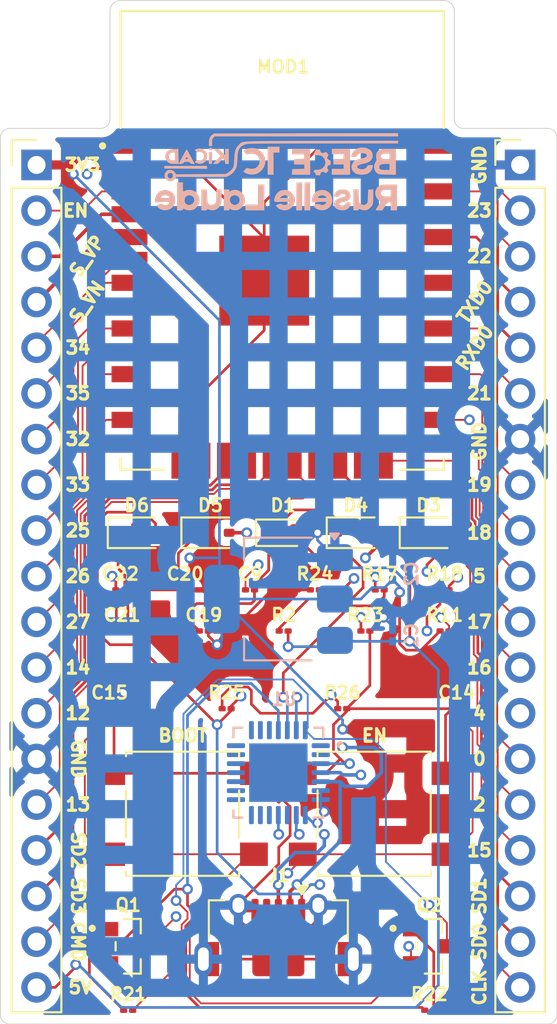
<source format=kicad_pcb>
(kicad_pcb (version 20241229) (generator "pcbnew") (generator_version "9.0")
  (layers (0 "F.Cu" mixed) (4 "In1.Cu" mixed) (6 "In2.Cu" mixed) (2 "B.Cu" mixed) (13 "F.Paste" user) (15 "B.Paste" user) (5 "F.SilkS" user "F.Silkscreen") (7 "B.SilkS" user "B.Silkscreen") (1 "F.Mask" user) (3 "B.Mask" user) (25 "Edge.Cuts" user))
  (net 0 "")
  (net 1 "/EXT_5V")
  (net 2 "GND")
  (net 3 "/EN")
  (net 4 "/IO0")
  (net 5 "/VDD33")
  (net 6 "Net-(D1-A)")
  (net 7 "/VBUS")
  (net 8 "/USB_DN")
  (net 9 "/USB_DP")
  (net 11 "/IO33")
  (net 12 "/SENSOR_VN")
  (net 13 "/IO34")
  (net 14 "/IO35")
  (net 15 "/IO26")
  (net 16 "/SD3")
  (net 17 "/IO32")
  (net 18 "/IO13")
  (net 19 "/IO25")
  (net 20 "/IO14")
  (net 21 "/CMD")
  (net 22 "/IO12")
  (net 23 "/IO27")
  (net 24 "/SENSOR_VP")
  (net 25 "/SD2")
  (net 26 "/IO21")
  (net 27 "/IO23")
  (net 28 "/CLK")
  (net 29 "/IO2")
  (net 30 "/IO15")
  (net 31 "/IO5")
  (net 32 "/SD0")
  (net 33 "/TXD0")
  (net 34 "/IO22")
  (net 35 "/RXD0")
  (net 36 "/IO4")
  (net 37 "/IO17")
  (net 38 "/IO18")
  (net 39 "/IO16")
  (net 40 "/IO19")
  (net 41 "/SD1")
  (net 42 "/RTS")
  (net 43 "Net-(Q1-Pad1)")
  (net 44 "/DTR")
  (net 45 "Net-(Q2-Pad1)")
  (net 46 "/RXD")
  (net 47 "/TXD")
  (net 48 "Net-(U1-~{SUSPENDB})")
  (net 49 "Net-(U1-~{RST})")
  (net 50 "Net-(U1-VBUS)")
  (net 52 "/CTS")
  (net 63 "/RI")
  (net 64 "/CDC")
  (net 66 "/DSR")
  (net 67 "Net-(U3-3V3)")
  (footprint "Capacitor_SMD:C_01005_0402Metric" (layer "F.Cu") (at 143.15 100.838 180)
    (property "Reference" "C19")
    (property "Value" "0.1uF/50V(10%)" (hide yes))
  )
  (footprint "Connector_PinHeader_2.54mm:PinHeader_1x19_P2.54mm_Vertical" (layer "F.Cu") (at 133.837 74.93)
    (property "Reference" "J2" (hide yes))
    (property "Value" "Conn_01x19_Pin" (hide yes))
  )
  (footprint "Diode_SMD:D_SOD-323" (layer "F.Cu") (at 155.668 95.377)
    (property "Reference" "D3")
    (property "Value" "D_Schottky" (hide yes))
  )
  (footprint "Resistor_SMD:R_01005_0402Metric" (layer "F.Cu") (at 152.146 100.838)
    (property "Reference" "R23")
    (property "Value" "10K(5%)(NC)" (hide yes))
  )
  (footprint "Resistor_SMD:R_01005_0402Metric" (layer "F.Cu") (at 155.702 121.92)
    (property "Reference" "R22")
    (property "Value" "10K(5%)" (hide yes))
  )
  (footprint "Capacitor_SMD:C_01005_0402Metric" (layer "F.Cu") (at 145.72 98.552)
    (property "Reference" "C9")
    (property "Value" "0.1uF/50V(10%)" (hide yes))
  )
  (footprint "Button_Switch_SMD:SW_SPST_B3S-1000" (layer "F.Cu") (at 141.965 110.998)
    (property "Reference" "SW1" (hide yes))
    (property "Value" "SW_Push" (hide yes))
  )
  (footprint "Connector_PinHeader_2.54mm:PinHeader_1x19_P2.54mm_Vertical" (layer "F.Cu") (at 160.761 74.93)
    (property "Reference" "J3" (hide yes))
    (property "Value" "Conn_01x19_Pin" (hide yes))
  )
  (footprint "MMSS8050-H-TP:TRANS_MMSS8050-H-TP" (layer "F.Cu") (at 155.686 118.364)
    (property "Reference" "Q2")
    (property "Value" "MMSS8050-H-TP" (hide yes))
  )
  (footprint "Diode_SMD:D_SOD-323" (layer "F.Cu") (at 151.604 95.377)
    (property "Reference" "D4")
    (property "Value" "D_TVS" (hide yes))
  )
  (footprint "Resistor_SMD:R_01005_0402Metric" (layer "F.Cu") (at 147.595 100.838 180)
    (property "Reference" "R2")
    (property "Value" "2K(5%)" (hide yes))
  )
  (footprint "Capacitor_SMD:C_01005_0402Metric" (layer "F.Cu") (at 138.498 98.552)
    (property "Reference" "C22")
    (property "Value" "0.1uF/50V(10%)" (hide yes))
  )
  (footprint "Capacitor_SMD:C_0201_0603Metric" (layer "F.Cu") (at 138.598 100.838)
    (property "Reference" "C21")
    (property "Value" "22uF/10V(20%)" (hide yes))
  )
  (footprint "Resistor_SMD:R_01005_0402Metric" (layer "F.Cu") (at 138.938 121.92 180)
    (property "Reference" "R21")
    (property "Value" "10K(5%)" (hide yes))
  )
  (footprint "ESP32-WROOM-32:MODULE_ESP32-WROOM-32" (layer "F.Cu") (at 147.5115 79.121)
    (property "Reference" "MOD1")
    (property "Value" "ESP32-WROOM-32" (hide yes))
  )
  (footprint "Resistor_SMD:R_01005_0402Metric" (layer "F.Cu") (at 156.553 100.838)
    (property "Reference" "R11")
    (property "Value" "10K(5%)" (hide yes))
  )
  (footprint "Resistor_SMD:R_01005_0402Metric" (layer "F.Cu") (at 156.553 98.552 180)
    (property "Reference" "R18")
    (property "Value" "0R(5%)" (hide yes))
  )
  (footprint "Resistor_SMD:R_01005_0402Metric" (layer "F.Cu") (at 144.42 105.156)
    (property "Reference" "R25")
    (property "Value" "22.1K(5%)" (hide yes))
  )
  (footprint "Capacitor_SMD:C_01005_0402Metric" (layer "F.Cu") (at 142.109 98.552 180)
    (property "Reference" "C20")
    (property "Value" "4.7uF/6.3V(10%)" (hide yes))
  )
  (footprint "Capacitor_SMD:C_01005_0402Metric" (layer "F.Cu") (at 137.901 105.156 180)
    (property "Reference" "C15")
    (property "Value" "0.1uF/50V(10%)" (hide yes))
  )
  (footprint "Connector_USB:USB_Micro-AB_Molex_47590-0001" (layer "F.Cu") (at 147.299 119.428)
    (property "Reference" "J1")
    (property "Value" "USB_B_Micro" (hide yes))
  )
  (footprint "MMSS8050-H-TP:TRANS_MMSS8050-H-TP" (layer "F.Cu") (at 138.938 118.364)
    (property "Reference" "Q1")
    (property "Value" "MMSS8050-H-TP" (hide yes))
  )
  (footprint "Capacitor_SMD:C_01005_0402Metric" (layer "F.Cu") (at 157.226 105.156)
    (property "Reference" "C14")
    (property "Value" "0.1uF/50V(10%)" (hide yes))
  )
  (footprint "Resistor_SMD:R_01005_0402Metric" (layer "F.Cu") (at 149.331 98.552)
    (property "Reference" "R24")
    (property "Value" "2K(5%)" (hide yes))
  )
  (footprint "LED_SMD:LED_0603_1608Metric" (layer "F.Cu") (at 147.5485 95.377)
    (property "Reference" "D1")
    (property "Value" "LED" (hide yes))
  )
  (footprint "Diode_SMD:D_SOD-323" (layer "F.Cu") (at 143.51 95.377)
    (property "Reference" "D5")
    (property "Value" "D_TVS" (hide yes))
  )
  (footprint "Diode_SMD:D_SOD-323" (layer "F.Cu") (at 139.412 95.377)
    (property "Reference" "D6")
    (property "Value" "D_TVS" (hide yes))
  )
  (footprint "Resistor_SMD:R_01005_0402Metric" (layer "F.Cu") (at 152.942 98.552)
    (property "Reference" "R17")
    (property "Value" "0R(5%)" (hide yes))
  )
  (footprint "Resistor_SMD:R_01005_0402Metric" (layer "F.Cu") (at 150.855 105.156)
    (property "Reference" "R26")
    (property "Value" "47.5K(5%)" (hide yes))
  )
  (footprint "Button_Switch_SMD:SW_SPST_B3S-1000" (layer "F.Cu") (at 152.633 110.998)
    (property "Reference" "SW2" (hide yes))
    (property "Value" "SW_Push" (hide yes))
  )
  (footprint "Package_TO_SOT_SMD:SOT-223-3_TabPin2" (layer "B.Cu") (at 147.299 99.06 180)
    (property "Reference" "U2" (hide yes))
    (property "Value" "AMS1117-3.3" (hide yes))
  )
  (footprint "Capacitor_SMD:C_0201_0603Metric" (layer "B.Cu") (at 153.663116 101.092 90)
    (property "Reference" "C1")
    (property "Value" "22uF/10V(20%)" (hide yes))
  )
  (footprint "CP2102N-A01-GQFN28:QFN50P500X500X80-29N" (layer "B.Cu") (at 147.299 108.712 180)
    (property "Reference" "U1")
    (property "Value" "CP2102N-A01-GQFN28" (hide yes))
  )
  (footprint "Capacitor_SMD:C_0201_0603Metric" (layer "B.Cu") (at 153.663116 97.663 90)
    (property "Reference" "C2")
    (property "Value" "22uF/10V(20%)" (hide yes))
  )
  (footprint "LOGO" (layer "B.Cu") (at 147.18206 75.596564 180)
    (property "Reference" "G***" (hide yes))
    (property "Value" "LOGO" (hide yes))
  )
  (gr_line (start 137.9265 66.371) (end 137.9265 72.39) (stroke (width 0.05)) (layer "Edge.Cuts"))
  (gr_line (start 137.414 72.898002) (end 132.334 72.898002) (stroke (width 0.05)) (layer "Edge.Cuts"))
  (gr_arc (start 132.334 122.682) (mid 131.974791 122.533209) (end 131.826 122.174) (stroke (width 0.05)) (layer "Edge.Cuts"))
  (gr_arc (start 156.5115 65.786) (mid 156.925157 65.957343) (end 157.0965 66.371) (stroke (width 0.05)) (layer "Edge.Cuts"))
  (gr_arc (start 131.826 73.406) (mid 131.974791 73.046791) (end 132.334 72.898) (stroke (width 0.05)) (layer "Edge.Cuts"))
  (gr_arc (start 137.922 72.39) (mid 137.773211 72.749211) (end 137.414001 72.898002) (stroke (width 0.05)) (layer "Edge.Cuts"))
  (gr_line (start 131.826 73.406) (end 131.826 122.174) (stroke (width 0.05)) (layer "Edge.Cuts"))
  (gr_line (start 156.5115 65.786) (end 138.5115 65.786) (stroke (width 0.05)) (layer "Edge.Cuts"))
  (gr_line (start 157.6045 72.897999) (end 162.306 72.897999) (stroke (width 0.05)) (layer "Edge.Cuts"))
  (gr_line (start 162.306 122.682) (end 132.334 122.682) (stroke (width 0.05)) (layer "Edge.Cuts"))
  (gr_line (start 162.814 122.174) (end 162.814 73.406) (stroke (width 0.05)) (layer "Edge.Cuts"))
  (gr_line (start 157.096501 72.39) (end 157.096501 66.371) (stroke (width 0.05)) (layer "Edge.Cuts"))
  (gr_arc (start 137.9265 66.371) (mid 138.097843 65.957343) (end 138.5115 65.786) (stroke (width 0.05)) (layer "Edge.Cuts"))
  (gr_arc (start 157.604502 72.897999) (mid 157.245291 72.74921) (end 157.0965 72.39) (stroke (width 0.05)) (layer "Edge.Cuts"))
  (gr_arc (start 162.306 72.897999) (mid 162.665209 73.04679) (end 162.814 73.405999) (stroke (width 0.05)) (layer "Edge.Cuts"))
  (gr_arc (start 162.814 122.174) (mid 162.665209 122.533209) (end 162.306 122.682) (stroke (width 0.05)) (layer "Edge.Cuts"))
  (gr_text "33" (at 136.144 92.71 0) (layer "F.SilkS") (effects (font (size 0.7 0.7) (thickness 0.175) (bold yes))))
  (gr_text "25" (at 136.144 95.25 0) (layer "F.SilkS") (effects (font (size 0.7 0.7) (thickness 0.175) (bold yes))))
  (gr_text "35" (at 136.144 87.63 0) (layer "F.SilkS") (effects (font (size 0.7 0.7) (thickness 0.175) (bold yes))))
  (gr_text "SD0" (at 158.496 118.11 90) (layer "F.SilkS") (effects (font (size 0.7 0.7) (thickness 0.175) (bold yes))))
  (gr_text "4" (at 158.496 105.41 0) (layer "F.SilkS") (effects (font (size 0.7 0.7) (thickness 0.175) (bold yes))))
  (gr_text "32" (at 136.144 90.17 0) (layer "F.SilkS") (effects (font (size 0.7 0.7) (thickness 0.175) (bold yes))))
  (gr_text "5V" (at 136.271 120.65 0) (layer "F.SilkS") (effects (font (size 0.7 0.7) (thickness 0.175) (bold yes))))
  (gr_text "GND" (at 158.496 90.297 90) (layer "F.SilkS") (effects (font (size 0.7 0.7) (thickness 0.175) (bold yes))))
  (gr_text "23" (at 158.496 77.47 0) (layer "F.SilkS") (effects (font (size 0.7 0.7) (thickness 0.175) (bold yes))))
  (gr_text "S_VN" (at 136.652 82.55 55) (layer "F.SilkS") (effects (font (size 0.7 0.7) (thickness 0.175) (bold yes))))
  (gr_text "SD3" (at 136.144 115.57 270) (layer "F.SilkS") (effects (font (size 0.7 0.7) (thickness 0.175) (bold yes))))
  (gr_text "19" (at 158.496 92.71 0) (layer "F.SilkS") (effects (font (size 0.7 0.7) (thickness 0.175) (bold yes))))
  (gr_text "21" (at 158.496 87.63 0) (layer "F.SilkS") (effects (font (size 0.7 0.7) (thickness 0.175) (bold yes))))
  (gr_text "14" (at 136.144 102.87 0) (layer "F.SilkS") (effects (font (size 0.7 0.7) (thickness 0.175) (bold yes))))
  (gr_text "17" (at 158.496 100.33 0) (layer "F.SilkS") (effects (font (size 0.7 0.7) (thickness 0.175) (bold yes))))
  (gr_text "18" (at 158.496 95.377 0) (layer "F.SilkS") (effects (font (size 0.7 0.7) (thickness 0.175) (bold yes))))
  (gr_text "12" (at 136.144 105.41 0) (layer "F.SilkS") (effects (font (size 0.7 0.7) (thickness 0.175) (bold yes))))
  (gr_text "S_VP" (at 136.652 80.01 55) (layer "F.SilkS") (effects (font (size 0.7 0.7) (thickness 0.175) (bold yes))))
  (gr_text "5" (at 158.496 97.79 0) (layer "F.SilkS") (effects (font (size 0.7 0.7) (thickness 0.175) (bold yes))))
  (gr_text "3V3" (at 136.398 74.93 0) (layer "F.SilkS") (effects (font (size 0.7 0.7) (thickness 0.175) (bold yes))))
  (gr_text "27" (at 136.144 100.33 0) (layer "F.SilkS") (effects (font (size 0.7 0.7) (thickness 0.175) (bold yes))))
  (gr_text "TXD0" (at 158.242 82.55 55) (layer "F.SilkS") (effects (font (size 0.7 0.7) (thickness 0.175) (bold yes))))
  (gr_text "EN" (at 152.654 107.061 0) (layer "F.SilkS") (effects (font (size 0.7 0.7) (thickness 0.175) (bold yes)) (justify bottom)))
  (gr_text "2" (at 158.496 110.49 0) (layer "F.SilkS") (effects (font (size 0.7 0.7) (thickness 0.175) (bold yes))))
  (gr_text "RXD0" (at 158.242 85.09 55) (layer "F.SilkS") (effects (font (size 0.7 0.7) (thickness 0.175) (bold yes))))
  (gr_text "26" (at 136.144 97.79 0) (layer "F.SilkS") (effects (font (size 0.7 0.7) (thickness 0.175) (bold yes))))
  (gr_text "SD1" (at 158.496 115.57 90) (layer "F.SilkS") (effects (font (size 0.7 0.7) (thickness 0.175) (bold yes))))
  (gr_text "CLK" (at 158.496 120.65 90) (layer "F.SilkS") (effects (font (size 0.7 0.7) (thickness 0.175) (bold yes))))
  (gr_text "GND" (at 158.496 74.93 90) (layer "F.SilkS") (effects (font (size 0.7 0.7) (thickness 0.175) (bold yes))))
  (gr_text "EN" (at 136.017 77.47 0) (layer "F.SilkS") (effects (font (size 0.7 0.7) (thickness 0.175) (bold yes))))
  (gr_text "SD2" (at 136.144 113.03 270) (layer "F.SilkS") (effects (font (size 0.7 0.7) (thickness 0.175) (bold yes))))
  (gr_text "15" (at 158.496 113.03 0) (layer "F.SilkS") (effects (font (size 0.7 0.7) (thickness 0.175) (bold yes))))
  (gr_text "0" (at 158.496 107.95 0) (layer "F.SilkS") (effects (font (size 0.7 0.7) (thickness 0.175) (bold yes))))
  (gr_text "16" (at 158.496 102.87 0) (layer "F.SilkS") (effects (font (size 0.7 0.7) (thickness 0.175) (bold yes))))
  (gr_text "BOOT" (at 141.986 107.061 0) (layer "F.SilkS") (effects (font (size 0.7 0.7) (thickness 0.175) (bold yes)) (justify bottom)))
  (gr_text "CMD" (at 136.144 118.11 270) (layer "F.SilkS") (effects (font (size 0.7 0.7) (thickness 0.175) (bold yes))))
  (gr_text "GND" (at 136.144 107.95 270) (layer "F.SilkS") (effects (font (size 0.7 0.7) (thickness 0.175) (bold yes))))
  (gr_text "13" (at 136.144 110.49 0) (layer "F.SilkS") (effects (font (size 0.7 0.7) (thickness 0.175) (bold yes))))
  (gr_text "34" (at 136.144 85.09 0) (layer "F.SilkS") (effects (font (size 0.7 0.7) (thickness 0.175) (bold yes))))
  (gr_text "22" (at 158.496 80.01 0) (layer "F.SilkS") (effects (font (size 0.7 0.7) (thickness 0.175) (bold yes))))
  (segment (start 154.618 95.377) (end 154.618 101.405) (width 0.15) (layer "F.Cu") (net 1))
  (segment (start 133.837 120.65) (end 134.874 120.65) (width 0.15) (layer "F.Cu") (net 1))
  (segment (start 147.845 100.838) (end 147.845 101.71) (width 0.15) (layer "F.Cu") (net 1))
  (segment (start 136.017 119.507) (end 136.017 119.38) (width 0.15) (layer "F.Cu") (net 1))
  (segment (start 134.874 120.65) (end 136.017 119.507) (width 0.15) (layer "F.Cu") (net 1))
  (via (at 154.618 101.405) (size 0.6) (drill 0.35) (layers "F.Cu" "B.Cu") (net 1))
  (via (at 147.845 101.71) (size 0.6) (drill 0.35) (layers "F.Cu" "B.Cu") (net 1))
  (via (at 136.017 119.38) (size 0.6) (drill 0.35) (layers "F.Cu" "B.Cu") (net 1))
  (segment (start 138.557 121.765) (end 136.172 119.38) (width 0.15) (layer "B.Cu") (net 1))
  (segment (start 153.670116 101.405) (end 153.663116 101.412) (width 0.15) (layer "B.Cu") (net 1))
  (segment (start 154.618 101.405) (end 153.670116 101.405) (width 0.15) (layer "B.Cu") (net 1))
  (segment (start 156.21 120.523) (end 154.968 121.765) (width 0.15) (layer "B.Cu") (net 1))
  (segment (start 154.618 101.405) (end 156.21 102.997) (width 0.15) (layer "B.Cu") (net 1))
  (segment (start 156.21 102.997) (end 156.21 120.523) (width 0.15) (layer "B.Cu") (net 1))
  (segment (start 149.97 101.71) (end 147.845 101.71) (width 0.15) (layer "B.Cu") (net 1))
  (segment (start 136.172 119.38) (end 136.017 119.38) (width 0.15) (layer "B.Cu") (net 1))
  (segment (start 150.501 101.412) (end 150.449 101.36) (width 0.15) (layer "B.Cu") (net 1))
  (segment (start 150.32 101.36) (end 149.97 101.71) (width 0.15) (layer "B.Cu") (net 1))
  (segment (start 153.663116 101.412) (end 150.501 101.412) (width 0.15) (layer "B.Cu") (net 1))
  (segment (start 154.611 101.412) (end 154.618 101.405) (width 0.15) (layer "B.Cu") (net 1))
  (segment (start 150.449 101.36) (end 150.32 101.36) (width 0.15) (layer "B.Cu") (net 1))
  (segment (start 154.968 121.765) (end 138.557 121.765) (width 0.15) (layer "B.Cu") (net 1))
  (segment (start 142.473 95.779) (end 141.732 96.52) (width 0.15) (layer "F.Cu") (net 2))
  (segment (start 146.5115 78.99025) (end 146.5115 81.361) (width 0.15) (layer "F.Cu") (net 2))
  (segment (start 149.987 94.107) (end 150.554 94.674) (width 0.15) (layer "F.Cu") (net 2))
  (segment (start 142.062 100) (end 141.859 99.797) (width 0.15) (layer "F.Cu") (net 2))
  (segment (start 145.97 98.552) (end 145.97 99.14) (width 0.15) (layer "F.Cu") (net 2))
  (segment (start 151.105 105.308) (end 151.105 105.156) (width 0.15) (layer "F.Cu") (net 2))
  (segment (start 138.151 105.156) (end 138.176 105.156) (width 0.15) (layer "F.Cu") (net 2))
  (segment (start 147.299 119.078) (end 143.5615 119.078) (width 0.15) (layer "F.Cu") (net 2))
  (segment (start 147.5105 110.1725) (end 147.955 110.617) (width 0.15) (layer "F.Cu") (net 2))
  (segment (start 150.368 107.569) (end 150.368 106.045) (width 0.15) (layer "F.Cu") (net 2))
  (segment (start 145.94 108.983) (end 147.32 110.363) (width 0.15) (layer "F.Cu") (net 2))
  (segment (start 146.5115 77.0085) (end 149.659 73.861) (width 0.15) (layer "F.Cu") (net 2))
  (segment (start 147.32 110.363) (end 147.5105 110.1725) (width 0.15) (layer "F.Cu") (net 2))
  (segment (start 159.512 74.93) (end 158.443 73.861) (width 0.15) (layer "F.Cu") (net 2))
  (segment (start 147.955 110.617) (end 147.955 112.21452) (width 0.15) (layer "F.Cu") (net 2))
  (segment (start 147.955 112.21452) (end 147.32 112.84952) (width 0.15) (layer "F.Cu") (net 2))
  (segment (start 149.524 116.853) (end 149.524 116.078) (width 0.15) (layer "F.Cu") (net 2))
  (segment (start 145.97 98.251) (end 145.97 98.552) (width 0.15) (layer "F.Cu") (net 2))
  (segment (start 152.4 100.838) (end 153.162 100.076) (width 0.15) (layer "F.Cu") (net 2))
  (segment (start 150.554 95.377) (end 149.479 95.377) (width 0.15) (layer "F.Cu") (net 2))
  (segment (start 138.375 95.504) (end 138.375 97.354) (width 0.15) (layer "F.Cu") (net 2))
  (segment (start 142.748 99.314) (end 142.062 100) (width 0.15) (layer "F.Cu") (net 2))
  (segment (start 147.299 119.078) (end 149.524 116.853) (width 0.15) (layer "F.Cu") (net 2))
  (segment (start 147.32 112.84952) (end 147.32 113.792) (width 0.15) (layer "F.Cu") (net 2))
  (segment (start 148.658 108.748) (end 149.951 108.748) (width 0.15) (layer "F.Cu") (net 2))
  (segment (start 146.5115 84.1205) (end 141.7965 88.8355) (width 0.15) (layer "F.Cu") (net 2))
  (segment (start 146.761 97.46) (end 145.97 98.251) (width 0.15) (layer "F.Cu") (net 2))
  (segment (start 138.176 105.156) (end 138.684 104.648) (width 0.15) (layer "F.Cu") (net 2))
  (segment (start 142.9 100.838) (end 142.062 100) (width 0.15) (layer "F.Cu") (net 2))
  (segment (start 147.32 113.792) (end 145.074 116.038) (width 0.15) (layer "F.Cu") (net 2))
  (segment (start 141.732 97.409) (end 141.224 97.917) (width 0.15) (layer "F.Cu") (net 2))
  (segment (start 141.224 97.917) (end 141.224 98.552) (width 0.15) (layer "F.Cu") (net 2))
  (segment (start 152.396 100.838) (end 152.396 103.865) (width 0.15) (layer "F.Cu") (net 2))
  (segment (start 151.011 108.212) (end 150.749 107.95) (width 0.15) (layer "F.Cu") (net 2))
  (segment (start 141.859 98.552) (end 141.224 98.552) (width 0.15) (layer "F.Cu") (net 2))
  (segment (start 138.918 100.838) (end 138.918 98.722) (width 0.15) (layer "F.Cu") (net 2))
  (segment (start 139.088 98.552) (end 138.918 98.722) (width 0.15) (layer "F.Cu") (net 2))
  (segment (start 150.368 106.045) (end 151.105 105.308) (width 0.15) (layer "F.Cu") (net 2))
  (segment (start 158.443 73.861) (end 156.0115 73.861) (width 0.15) (layer "F.Cu") (net 2))
  (segment (start 145.97 99.14) (end 145.796 99.314) (width 0.15) (layer "F.Cu") (net 2))
  (segment (start 147.5105 110.1725) (end 148.658 109.025) (width 0.15) (layer "F.Cu") (net 2))
  (segment (start 141.859 99.797) (end 141.859 98.552) (width 0.15) (layer "F.Cu") (net 2))
  (segment (start 151.265 108.212) (end 151.011 108.212) (width 0.15) (layer "F.Cu") (net 2))
  (segment (start 141.38225 73.861) (end 146.5115 78.99025) (width 0.15) (layer "F.Cu") (net 2))
  (segment (start 145.074 116.038) (end 145.074 116.078) (width 0.15) (layer "F.Cu") (net 2))
  (segment (start 151.105 105.156) (end 156.976 105.156) (width 0.15) (layer "F.Cu") (net 2))
  (segment (start 148.658 109.025) (end 148.658 108.748) (width 0.15) (layer "F.Cu") (net 2))
  (segment (start 138.918 98.722) (end 138.748 98.552) (width 0.15) (layer "F.Cu") (net 2))
  (segment (start 141.224 98.552) (end 139.088 98.552) (width 0.15) (layer "F.Cu") (net 2))
  (segment (start 142.473 95.504) (end 142.473 95.779) (width 0.15) (layer "F.Cu") (net 2))
  (segment (start 149.951 108.748) (end 150.749 107.95) (width 0.15) (layer "F.Cu") (net 2))
  (segment (start 156.608 105.524) (end 156.976 105.156) (width 0.15) (layer "F.Cu") (net 2))
  (segment (start 150.749 107.95) (end 150.368 107.569) (width 0.15) (layer "F.Cu") (net 2))
  (segment (start 148.1625 94.107) (end 146.7655 95.504) (width 0.15) (layer "F.Cu") (net 2))
  (segment (start 145.074 116.853) (end 145.074 116.078) (width 0.15) (layer "F.Cu") (net 2))
  (segment (start 145.94 108.748) (end 137.99 108.748) (width 0.15) (layer "F.Cu") (net 2))
  (segment (start 149.987 94.107) (end 148.1625 94.107) (width 0.15) (layer "F.Cu") (net 2))
  (segment (start 138.151 108.587) (end 138.151 105.156) (width 0.15) (layer "F.Cu") (net 2))
  (segment (start 147.299 119.078) (end 151.0365 119.078) (width 0.15) (layer "F.Cu") (net 2))
  (segment (start 138.748 97.727) (end 138.748 98.552) (width 0.15) (layer "F.Cu") (net 2))
  (segment (start 139.0115 73.861) (end 141.38225 73.861) (width 0.15) (layer "F.Cu") (net 2))
  (segment (start 137.99 108.748) (end 138.151 108.587) (width 0.15) (layer "F.Cu") (net 2))
  (segment (start 138.684 104.648) (end 138.684 104.267) (width 0.15) (layer "F.Cu") (net 2))
  (segment (start 138.375 97.354) (end 138.748 97.727) (width 0.15) (layer "F.Cu") (net 2))
  (segment (start 156.608 108.748) (end 156.608 105.524) (width 0.15) (layer "F.Cu") (net 2))
  (segment (start 147.299 119.078) (end 145.074 116.853) (width 0.15) (layer "F.Cu") (net 2))
  (segment (start 145.94 108.748) (end 145.94 108.983) (width 0.15) (layer "F.Cu") (net 2))
  (segment (start 152.396 103.865) (end 151.105 105.156) (width 0.15) (layer "F.Cu") (net 2))
  (segment (start 146.5115 81.361) (end 146.5115 84.1205) (width 0.15) (layer "F.Cu") (net 2))
  (segment (start 145.399 116.403) (end 145.074 116.078) (width 0.15) (layer "F.Cu") (net 2))
  (segment (start 149.659 73.861) (end 156.0115 73.861) (width 0.15) (layer "F.Cu") (net 2))
  (segment (start 146.5115 81.361) (end 146.5115 77.0085) (width 0.15) (layer "F.Cu") (net 2))
  (segment (start 145.999 116.403) (end 145.399 116.403) (width 0.15) (layer "F.Cu") (net 2))
  (segment (start 141.7965 88.8355) (end 141.7965 91.371) (width 0.15) (layer "F.Cu") (net 2))
  (segment (start 141.732 96.52) (end 141.732 97.409) (width 0.15) (layer "F.Cu") (net 2))
  (segment (start 146.761 95.377) (end 146.761 97.46) (width 0.15) (layer "F.Cu") (net 2))
  (segment (start 160.761 74.93) (end 159.512 74.93) (width 0.15) (layer "F.Cu") (net 2))
  (segment (start 150.554 94.674) (end 150.554 95.377) (width 0.15) (layer "F.Cu") (net 2))
  (segment (start 145.796 99.314) (end 142.748 99.314) (width 0.15) (layer "F.Cu") (net 2))
  (segment (start 152.396 100.838) (end 152.4 100.838) (width 0.15) (layer "F.Cu") (net 2))
  (via (at 153.162 100.076) (size 0.6) (drill 0.35) (layers "F.Cu" "B.Cu") (net 2))
  (via (at 149.479 95.377) (size 0.6) (drill 0.35) (layers "F.Cu" "B.Cu") (net 2))
  (via (at 138.684 104.267) (size 0.6) (drill 0.35) (layers "F.Cu" "B.Cu") (net 2))
  (via (at 151.265 108.212) (size 0.6) (drill 0.35) (layers "F.Cu" "B.Cu") (net 2))
  (segment (start 153.663116 100.772) (end 153.663116 100.209884) (width 0.15) (layer "B.Cu") (net 2))
  (segment (start 147.799 108.212) (end 147.299 108.712) (width 0.15) (layer "B.Cu") (net 2))
  (segment (start 153.663116 100.209884) (end 154.559 99.314) (width 0.15) (layer "B.Cu") (net 2))
  (segment (start 154.559 99.314) (end 154.559 98.238884) (width 0.15) (layer "B.Cu") (net 2))
  (segment (start 153.663116 100.577116) (end 153.162 100.076) (width 0.15) (layer "B.Cu") (net 2))
  (segment (start 150.449 96.76) (end 149.479 95.79) (width 0.15) (layer "B.Cu") (net 2))
  (segment (start 153.647116 97.327) (end 151.016 97.327) (width 0.15) (layer "B.Cu") (net 2))
  (segment (start 149.659 108.212) (end 147.799 108.212) (width 0.15) (layer "B.Cu") (net 2))
  (segment (start 149.479 95.79) (end 149.479 95.377) (width 0.15) (layer "B.Cu") (net 2))
  (segment (start 154.559 98.238884) (end 153.663116 97.343) (width 0.15) (layer "B.Cu") (net 2))
  (segment (start 151.265 108.212) (end 149.659 108.212) (width 0.15) (layer "B.Cu") (net 2))
  (segment (start 153.663116 100.772) (end 153.663116 100.577116) (width 0.15) (layer "B.Cu") (net 2))
  (segment (start 151.016 97.327) (end 150.449 96.76) (width 0.15) (layer "B.Cu") (net 2))
  (segment (start 137.52 104.267) (end 138.684 104.267) (width 0.15) (layer "B.Cu") (net 2))
  (segment (start 153.663116 97.343) (end 153.647116 97.327) (width 0.15) (layer "B.Cu") (net 2))
  (segment (start 133.837 107.95) (end 137.52 104.267) (width 0.15) (layer "B.Cu") (net 2))
  (segment (start 153.475 97.275) (end 153.543 97.343) (width 0.15) (layer "B.Cu") (net 2))
  (segment (start 158.115 106.426) (end 158.115 112.014) (width 0.1) (layer "F.Cu") (net 3))
  (segment (start 156.337 100.076) (end 156.803 100.542) (width 0.1) (layer "F.Cu") (net 3))
  (segment (start 156.803 100.838) (end 157.476 101.511) (width 0.1) (layer "F.Cu") (net 3))
  (segment (start 157.476 105.787) (end 158.115 106.426) (width 0.1) (layer "F.Cu") (net 3))
  (segment (start 139.938 118.364) (end 139.954 118.364) (width 0.1) (layer "F.Cu") (net 3))
  (segment (start 158.115 112.014) (end 156.881 113.248) (width 0.1) (layer "F.Cu") (net 3))
  (segment (start 145.47 98.552) (end 145.47 97.862) (width 0.1) (layer "F.Cu") (net 3))
  (segment (start 148.658 113.248) (end 148.658 113.47) (width 0.1) (layer "F.Cu") (net 3))
  (segment (start 156.881 113.248) (end 156.608 113.248) (width 0.1) (layer "F.Cu") (net 3))
  (segment (start 139.954 118.364) (end 141.605 116.713) (width 0.1) (layer "F.Cu") (net 3))
  (segment (start 148.658 113.47) (end 147.828 114.3) (width 0.1) (layer "F.Cu") (net 3))
  (segment (start 148.658 113.248) (end 156.608 113.248) (width 0.1) (layer "F.Cu") (net 3))
  (segment (start 137.467 76.401) (end 136.398 77.47) (width 0.1) (layer "F.Cu") (net 3))
  (segment (start 136.398 77.47) (end 133.837 77.47) (width 0.1) (layer "F.Cu") (net 3))
  (segment (start 157.476 101.511) (end 157.476 105.156) (width 0.1) (layer "F.Cu") (net 3))
  (segment (start 157.476 105.156) (end 157.476 105.787) (width 0.1) (layer "F.Cu") (net 3))
  (segment (start 145.47 97.862) (end 146.177 97.155) (width 0.1) (layer "F.Cu") (net 3))
  (segment (start 139.0115 76.401) (end 137.467 76.401) (width 0.1) (layer "F.Cu") (net 3))
  (segment (start 156.803 100.542) (end 156.803 100.838) (width 0.1) (layer "F.Cu") (net 3))
  (via (at 147.828 114.3) (size 0.6) (drill 0.35) (layers "F.Cu" "B.Cu") (net 3))
  (via (at 141.605 116.713) (size 0.6) (drill 0.35) (layers "F.Cu" "B.Cu") (net 3))
  (via (at 146.177 97.155) (size 0.6) (drill 0.35) (layers "F.Cu" "B.Cu") (net 3))
  (via (at 156.337 100.076) (size 0.6) (drill 0.35) (layers "F.Cu" "B.Cu") (net 3))
  (segment (start 142.717888 116.238388) (end 142.71625 116.23675) (width 0.1) (layer "F.Cu") (net 4))
  (segment (start 158.454 91.82428) (end 158.454 90.8845) (width 0.1) (layer "F.Cu") (net 4))
  (segment (start 137.651 105.808) (end 136.525 106.934) (width 0.1) (layer "F.Cu") (net 4))
  (segment (start 160.761 107.95) (end 159.486372 106.675372) (width 0.1) (layer "F.Cu") (net 4))
  (segment (start 136.525 112.141) (end 137.632 113.248) (width 0.1) (layer "F.Cu") (net 4))
  (segment (start 158.883372 96.765143) (end 158.883371 96.647001) (width 0.1) (layer "F.Cu") (net 4))
  (segment (start 158.708 92.078282) (end 158.454 91.82428) (width 0.1) (layer "F.Cu") (net 4))
  (segment (start 137.99 113.248) (end 145.94 113.248) (width 0.1) (layer "F.Cu") (net 4))
  (segment (start 136.525 106.934) (end 136.525 112.141) (width 0.1) (layer "F.Cu") (net 4))
  (segment (start 159.486372 106.675372) (end 159.486372 101.879627) (width 0.1) (layer "F.Cu") (net 4))
  (segment (start 154.686 118.491) (end 154.559 118.364) (width 0.1) (layer "F.Cu") (net 4))
  (segment (start 159.285372 101.678628) (end 159.285373 99.422885) (width 0.1) (layer "F.Cu") (net 4))
  (segment (start 158.454 90.8845) (end 157.9405 90.371) (width 0.1) (layer "F.Cu") (net 4))
  (segment (start 158.883372 94.509397) (end 158.707999 94.334023) (width 0.1) (layer "F.Cu") (net 4))
  (segment (start 142.71625 116.23675) (end 145.705 113.248) (width 0.1) (layer "F.Cu") (net 4))
  (segment (start 142.367 120.904) (end 142.367 117.348) (width 0.1) (layer "F.Cu") (net 4))
  (segment (start 158.883371 96.647001) (end 158.883372 94.509397) (width 0.1) (layer "F.Cu") (net 4))
  (segment (start 157.9405 90.371) (end 156.0115 90.371) (width 0.1) (layer "F.Cu") (net 4))
  (segment (start 143.002 121.539) (end 142.367 120.904) (width 0.1) (layer "F.Cu") (net 4))
  (segment (start 154.686 119.314) (end 154.686 118.491) (width 0.1) (layer "F.Cu") (net 4))
  (segment (start 137.632 113.248) (end 137.99 113.248) (width 0.1) (layer "F.Cu") (net 4))
  (segment (start 159.084372 99.221884) (end 159.084372 96.966143) (width 0.1) (layer "F.Cu") (net 4))
  (segment (start 159.285373 99.422885) (end 159.217244 99.354757) (width 0.1) (layer "F.Cu") (net 4))
  (segment (start 145.705 113.248) (end 145.94 113.248) (width 0.1) (layer "F.Cu") (net 4))
  (segment (start 154.686 119.314) (end 152.461 121.539) (width 0.1) (layer "F.Cu") (net 4))
  (segment (start 158.707999 94.334023) (end 158.708 94.234) (width 0.1) (layer "F.Cu") (net 4))
  (segment (start 159.486372 101.879627) (end 159.285372 101.678628) (width 0.1) (layer "F.Cu") (net 4))
  (segment (start 142.367 117.348) (end 142.717888 116.997112) (width 0.1) (layer "F.Cu") (net 4))
  (segment (start 159.084372 96.966143) (end 158.883372 96.765143) (width 0.1) (layer "F.Cu") (net 4))
  (segment (start 158.708 94.234) (end 158.708 92.078282) (width 0.1) (layer "F.Cu") (net 4))
  (segment (start 137.651 105.156) (end 137.651 105.808) (width 0.1) (layer "F.Cu") (net 4))
  (segment (start 152.461 121.539) (end 143.002 121.539) (width 0.1) (layer "F.Cu") (net 4))
  (segment (start 142.717888 116.997112) (end 142.717888 116.238388) (width 0.1) (layer "F.Cu") (net 4))
  (segment (start 159.217244 99.354757) (end 159.084372 99.221884) (width 0.1) (layer "F.Cu") (net 4))
  (via (at 154.559 118.364) (size 0.6) (drill 0.35) (layers "F.Cu" "B.Cu") (net 4))
  (segment (start 155.235 101.906) (end 154.410479 101.906) (width 0.15) (layer "F.Cu") (net 5))
  (segment (start 146.939 98.552) (end 149.081 98.552) (width 0.15) (layer "F.Cu") (net 5))
  (segment (start 144.653 100.838) (end 143.4 100.838) (width 0.15) (layer "F.Cu") (net 5))
  (segment (start 153.035 107.696) (end 153.035 108.712) (width 0.15) (layer "F.Cu") (net 5))
  (segment (start 133.837 74.93) (end 135.382 74.93) (width 0.15) (layer "F.Cu") (net 5))
  (segment (start 156.303 100.838) (end 155.235 101.906) (width 0.15) (layer "F.Cu") (net 5))
  (segment (start 143.4 101.109) (end 143.891 101.6) (width 0.15) (layer "F.Cu") (net 5))
  (segment (start 143.4 100.838) (end 143.4 101.109) (width 0.15) (layer "F.Cu") (net 5))
  (segment (start 150.876 110.871) (end 149.86 110.871) (width 0.15) (layer "F.Cu") (net 5))
  (segment (start 154.410479 101.906) (end 154.051 101.546521) (width 0.15) (layer "F.Cu") (net 5))
  (segment (start 142.359 96.782) (end 142.367 96.774) (width 0.15) (layer "F.Cu") (net 5))
  (segment (start 146.939 98.552) (end 144.653 100.838) (width 0.15) (layer "F.Cu") (net 5))
  (segment (start 142.359 98.552) (end 142.359 96.782) (width 0.15) (layer "F.Cu") (net 5))
  (segment (start 135.382 74.93) (end 135.89 75.438) (width 0.15) (layer "F.Cu") (net 5))
  (segment (start 153.035 108.712) (end 150.876 110.871) (width 0.15) (layer "F.Cu") (net 5))
  (segment (start 150.876 106.299) (end 151.638 106.299) (width 0.15) (layer "F.Cu") (net 5))
  (segment (start 151.638 106.299) (end 153.035 107.696) (width 0.15) (layer "F.Cu") (net 5))
  (segment (start 154.051 101.546521) (end 154.051 98.679) (width 0.15) (layer "F.Cu") (net 5))
  (via (at 154.051 98.679) (size 0.6) (drill 0.35) (layers "F.Cu" "B.Cu") (net 5))
  (via (at 143.891 101.6) (size 0.6) (drill 0.35) (layers "F.Cu" "B.Cu") (net 5))
  (via (at 150.876 106.299) (size 0.6) (drill 0.35) (layers "F.Cu" "B.Cu") (net 5))
  (via (at 149.86 110.871) (size 0.6) (drill 0.35) (layers "F.Cu" "B.Cu") (net 5))
  (via (at 135.89 75.438) (size 0.6) (drill 0.35) (layers "F.Cu" "B.Cu") (net 5))
  (via (at 142.367 96.774) (size 0.6) (drill 0.35) (layers "F.Cu" "B.Cu") (net 5))
  (segment (start 150.449 99.06) (end 151.892 99.06) (width 0.15) (layer "B.Cu") (net 5))
  (segment (start 153.543 97.983) (end 153.543 98.171) (width 0.15) (layer "B.Cu") (net 5))
  (segment (start 144.149 99.06) (end 144.018 98.929) (width 0.15) (layer "B.Cu") (net 5))
  (segment (start 144.018 98.929) (end 144.018 96.774) (width 0.15) (layer "B.Cu") (net 5))
  (segment (start 144.149 99.06) (end 144.149 101.342) (width 0.15) (layer "B.Cu") (net 5))
  (segment (start 154.051 98.679) (end 154.051 98.370884) (width 0.15) (layer "B.Cu") (net 5))
  (segment (start 151.892 99.06) (end 152.527 98.425) (width 0.15) (layer "B.Cu") (net 5))
  (segment (start 150.876 105.787) (end 150.876 106.299) (width 0.15) (layer "B.Cu") (net 5))
  (segment (start 154.051 98.370884) (end 153.663116 97.983) (width 0.15) (layer "B.Cu") (net 5))
  (segment (start 144.018 96.774) (end 144.018 83.566) (width 0.15) (layer "B.Cu") (net 5))
  (segment (start 144.018 96.774) (end 142.367 96.774) (width 0.15) (layer "B.Cu") (net 5))
  (segment (start 144.149 101.342) (end 143.891 101.6) (width 0.15) (layer "B.Cu") (net 5))
  (segment (start 149.659 110.212) (end 149.659 110.67) (width 0.15) (layer "B.Cu") (net 5))
  (segment (start 144.018 83.566) (end 135.89 75.438) (width 0.15) (layer "B.Cu") (net 5))
  (segment (start 149.659 110.67) (end 149.86 110.871) (width 0.15) (layer "B.Cu") (net 5))
  (segment (start 144.149 99.06) (end 150.876 105.787) (width 0.15) (layer "B.Cu") (net 5))
  (segment (start 144.149 99.06) (end 150.449 99.06) (width 0.15) (layer "B.Cu") (net 5))
  (segment (start 153.221116 98.425) (end 153.663116 97.983) (width 0.15) (layer "B.Cu") (net 5))
  (segment (start 152.527 98.425) (end 153.221116 98.425) (width 0.15) (layer "B.Cu") (net 5))
  (segment (start 149.659 109.712) (end 149.659 110.212) (width 0.15) (layer "B.Cu") (net 5))
  (segment (start 147.345 100.688001) (end 148.973001 99.06) (width 0.15) (layer "F.Cu") (net 6))
  (segment (start 152.019 98.425) (end 152.019 97.409) (width 0.15) (layer "F.Cu") (net 6))
  (segment (start 152.019 97.409) (end 151.384 96.774) (width 0.15) (layer "F.Cu") (net 6))
  (segment (start 148.336 95.631) (end 148.336 95.377) (width 0.15) (layer "F.Cu") (net 6))
  (segment (start 147.345 100.838) (end 147.345 100.688001) (width 0.15) (layer "F.Cu") (net 6))
  (segment (start 149.479 96.774) (end 148.336 95.631) (width 0.15) (layer "F.Cu") (net 6))
  (segment (start 151.384 99.06) (end 152.019 98.425) (width 0.15) (layer "F.Cu") (net 6))
  (segment (start 148.973001 99.06) (end 151.384 99.06) (width 0.15) (layer "F.Cu") (net 6))
  (segment (start 151.384 96.774) (end 149.479 96.774) (width 0.15) (layer "F.Cu") (net 6))
  (segment (start 139.827 94.234) (end 140.462 94.869) (width 0.15) (layer "F.Cu") (net 7))
  (segment (start 144.67 105.156) (end 144.67 105.012) (width 0.15) (layer "F.Cu") (net 7))
  (segment (start 145.2245 104.4575) (end 145.288 104.394) (width 0.15) (layer "F.Cu") (net 7))
  (segment (start 137.221 100.899) (end 137.221 94.781224) (width 0.15) (layer "F.Cu") (net 7))
  (segment (start 139.446 101.6) (end 137.922 101.6) (width 0.15) (layer "F.Cu") (net 7))
  (segment (start 144.67 105.266) (end 143.891 106.045) (width 0.15) (layer "F.Cu") (net 7))
  (segment (start 143.891 106.045) (end 139.446 101.6) (width 0.15) (layer "F.Cu") (net 7))
  (segment (start 137.768224 94.234) (end 139.827 94.234) (width 0.15) (layer "F.Cu") (net 7))
  (segment (start 156.718 96.012) (end 155.575 97.155) (width 0.15) (layer "F.Cu") (net 7))
  (segment (start 140.462 94.869) (end 140.462 95.377) (width 0.15) (layer "F.Cu") (net 7))
  (segment (start 149.098 114.935) (end 149.606 114.935) (width 0.15) (layer "F.Cu") (net 7))
  (segment (start 144.67 105.012) (end 145.2245 104.4575) (width 0.15) (layer "F.Cu") (net 7))
  (segment (start 144.67 105.156) (end 144.67 105.266) (width 0.15) (layer "F.Cu") (net 7))
  (segment (start 156.718 95.377) (end 156.718 96.012) (width 0.15) (layer "F.Cu") (net 7))
  (segment (start 155.575 97.155) (end 155.575 97.536) (width 0.15) (layer "F.Cu") (net 7))
  (segment (start 137.221 94.781224) (end 137.768224 94.234) (width 0.15) (layer "F.Cu") (net 7))
  (segment (start 148.599 116.403) (end 148.599 115.434) (width 0.15) (layer "F.Cu") (net 7))
  (segment (start 137.922 101.6) (end 137.221 100.899) (width 0.15) (layer "F.Cu") (net 7))
  (segment (start 148.599 115.434) (end 149.098 114.935) (width 0.15) (layer "F.Cu") (net 7))
  (via (at 149.606 114.935) (size 0.6) (drill 0.35) (layers "F.Cu" "B.Cu") (net 7))
  (via (at 145.2245 104.4575) (size 0.6) (drill 0.35) (layers "F.Cu" "B.Cu") (net 7))
  (via (at 143.891 106.045) (size 0.6) (drill 0.35) (layers "F.Cu" "B.Cu") (net 7))
  (via (at 155.575 97.536) (size 0.6) (drill 0.35) (layers "F.Cu" "B.Cu") (net 7))
  (segment (start 149.606 114.935) (end 149.098 114.935) (width 0.15) (layer "B.Cu") (net 7))
  (segment (start 148.576 115.457) (end 146.191 115.457) (width 0.15) (layer "B.Cu") (net 7))
  (segment (start 149.098 114.935) (end 148.576 115.457) (width 0.15) (layer "B.Cu") (net 7))
  (segment (start 143.891 113.157) (end 143.891 106.045) (width 0.15) (layer "B.Cu") (net 7))
  (segment (start 145.923 115.189) (end 143.891 113.157) (width 0.15) (layer "B.Cu") (net 7))
  (segment (start 146.191 115.457) (end 145.923 115.189) (width 0.15) (layer "B.Cu") (net 7))
  (segment (start 152.654 96.266) (end 152.146 96.774) (width 0.2) (layer "F.Cu") (net 8))
  (segment (start 147.949 115.322) (end 148.336 114.935) (width 0.2) (layer "F.Cu") (net 8))
  (segment (start 152.654 95.377) (end 152.654 96.266) (width 0.2) (layer "F.Cu") (net 8))
  (segment (start 147.949 116.403) (end 147.949 115.322) (width 0.2) (layer "F.Cu") (net 8))
  (via (at 152.146 96.774) (size 0.6) (drill 0.35) (layers "F.Cu" "B.Cu") (net 8))
  (via (at 150.876 107.315) (size 0.6) (drill 0.35) (layers "F.Cu" "B.Cu") (net 8))
  (via (at 148.336 114.935) (size 0.6) (drill 0.35) (layers "F.Cu" "B.Cu") (net 8))
  (segment (start 148.336 114.935) (end 150.741 112.53) (width 0.2) (layer "B.Cu") (net 8))
  (segment (start 153.035 108.712) (end 153.035 107.696) (width 0.2) (layer "B.Cu") (net 8))
  (segment (start 151.003 109.474) (end 152.273 109.474) (width 0.2) (layer "B.Cu") (net 8))
  (segment (start 149.659 109.212) (end 150.741 109.212) (width 0.2) (layer "B.Cu") (net 8))
  (segment (start 152.654 107.315) (end 150.876 107.315) (width 0.2) (layer "B.Cu") (net 8))
  (segment (start 152.273 109.474) (end 153.035 108.712) (width 0.2) (layer "B.Cu") (net 8))
  (segment (start 150.741 109.212) (end 151.003 109.474) (width 0.2) (layer "B.Cu") (net 8))
  (segment (start 150.741 112.53) (end 150.741 109.212) (width 0.2) (layer "B.Cu") (net 8))
  (segment (start 153.035 107.696) (end 152.654 107.315) (width 0.2) (layer "B.Cu") (net 8))
  (segment (start 144.56 95.377) (end 145.542 95.377) (width 0.2) (layer "F.Cu") (net 9))
  (segment (start 147.299 116.403) (end 147.299 114.956) (width 0.2) (layer "F.Cu") (net 9))
  (via (at 151.892 108.839) (size 0.6) (drill 0.35) (layers "F.Cu" "B.Cu") (net 9))
  (via (at 149.86 112.141) (size 0.6) (drill 0.35) (layers "F.Cu" "B.Cu") (net 9))
  (via (at 147.299 114.956) (size 0.6) (drill 0.35) (layers "F.Cu" "B.Cu") (net 9))
  (via (at 145.542 95.377) (size 0.6) (drill 0.35) (layers "F.Cu" "B.Cu") (net 9))
  (segment (start 149.659 108.712) (end 150.749 108.712) (width 0.2) (layer "B.Cu") (net 9))
  (segment (start 148.227123 113.157) (end 149.479 113.157) (width 0.2) (layer "B.Cu") (net 9))
  (segment (start 147.299 114.956) (end 147.299 114.085123) (width 0.2) (layer "B.Cu") (net 9))
  (segment (start 147.299 114.085123) (end 148.227123 113.157) (width 0.2) (layer "B.Cu") (net 9))
  (segment (start 149.479 113.157) (end 149.86 112.776) (width 0.2) (layer "B.Cu") (net 9))
  (segment (start 149.86 112.776) (end 149.86 112.141) (width 0.2) (layer "B.Cu") (net 9))
  (segment (start 150.876 108.839) (end 151.892 108.839) (width 0.2) (layer "B.Cu") (net 9))
  (segment (start 150.749 108.712) (end 150.876 108.839) (width 0.2) (layer "B.Cu") (net 9))
  (segment (start 136.144 84.582) (end 136.705 84.021) (width 0.1) (layer "F.Cu") (net 11))
  (segment (start 136.705 84.021) (end 139.0115 84.021) (width 0.1) (layer "F.Cu") (net 11))
  (segment (start 136.144 90.403) (end 136.144 84.582) (width 0.1) (layer "F.Cu") (net 11))
  (segment (start 133.837 92.71) (end 136.144 90.403) (width 0.1) (layer "F.Cu") (net 11))
  (segment (start 133.837 82.55) (end 137.446 78.941) (width 0.2) (layer "F.Cu") (net 12))
  (segment (start 137.446 78.941) (end 139.0115 78.941) (width 0.2) (layer "F.Cu") (net 12))
  (segment (start 133.837 84.8355) (end 138.4615 80.211) (width 0.1) (layer "F.Cu") (net 13))
  (segment (start 138.4615 80.211) (end 139.0115 80.211) (width 0.1) (layer "F.Cu") (net 13))
  (segment (start 133.837 85.09) (end 133.837 84.8355) (width 0.1) (layer "F.Cu") (net 13))
  (segment (start 135.636 85.831) (end 135.636 83.513) (width 0.1) (layer "F.Cu") (net 14))
  (segment (start 137.668 81.481) (end 139.0115 81.481) (width 0.1) (layer "F.Cu") (net 14))
  (segment (start 133.837 87.63) (end 135.636 85.831) (width 0.1) (layer "F.Cu") (net 14))
  (segment (start 135.636 83.513) (end 137.668 81.481) (width 0.1) (layer "F.Cu") (net 14))
  (segment (start 136.652 87.376) (end 137.467 86.561) (width 0.1) (layer "F.Cu") (net 15))
  (segment (start 136.652 92.7305) (end 136.652 87.376) (width 0.1) (layer "F.Cu") (net 15))
  (segment (start 137.467 86.561) (end 139.0115 86.561) (width 0.1) (layer "F.Cu") (net 15))
  (segment (start 133.837 97.79) (end 135.4025 96.2245) (width 0.1) (layer "F.Cu") (net 15))
  (segment (start 135.4025 93.98) (end 136.652 92.7305) (width 0.1) (layer "F.Cu") (net 15))
  (segment (start 135.4025 96.2245) (end 135.4025 93.98) (width 0.1) (layer "F.Cu") (net 15))
  (segment (start 137.922 93.441) (end 136.769 94.594) (width 0.15) (layer "F.Cu") (net 16))
  (segment (start 143.902468 92.71) (end 143.618662 92.993806) (width 0.15) (layer "F.Cu") (net 16))
  (segment (start 145.6065 91.921) (end 144.8175 92.71) (width 0.15) (layer "F.Cu") (net 16))
  (segment (start 135.636 104.569836) (end 135.636 113.771) (width 0.15) (layer "F.Cu") (net 16))
  (segment (start 143.618662 92.993806) (end 142.884774 92.993806) (width 0.15) (layer "F.Cu") (net 16))
  (segment (start 135.636 113.771) (end 133.837 115.57) (width 0.15) (layer "F.Cu") (net 16))
  (segment (start 136.769 103.436836) (end 135.636 104.569836) (width 0.15) (layer "F.Cu") (net 16))
  (segment (start 144.8175 92.71) (end 143.902468 92.71) (width 0.15) (layer "F.Cu") (net 16))
  (segment (start 145.6065 91.371) (end 145.6065 91.921) (width 0.15) (layer "F.Cu") (net 16))
  (segment (start 136.769 94.594) (end 136.769 103.436836) (width 0.15) (layer "F.Cu") (net 16))
  (segment (start 142.43758 93.441) (end 137.922 93.441) (width 0.15) (layer "F.Cu") (net 16))
  (segment (start 142.884774 92.993806) (end 142.43758 93.441) (width 0.15) (layer "F.Cu") (net 16))
  (segment (start 135.89 88.117) (end 135.89 83.82) (width 0.1) (layer "F.Cu") (net 17))
  (segment (start 136.959 82.751) (end 139.0115 82.751) (width 0.1) (layer "F.Cu") (net 17))
  (segment (start 135.89 83.82) (end 136.959 82.751) (width 0.1) (layer "F.Cu") (net 17))
  (segment (start 133.837 90.17) (end 135.89 88.117) (width 0.1) (layer "F.Cu") (net 17))
  (segment (start 143.0665 91.371) (end 143.0665 92.1375) (width 0.1) (layer "F.Cu") (net 18))
  (segment (start 136.292 94.34) (end 136.292 103.239256) (width 0.1) (layer "F.Cu") (net 18))
  (segment (start 136.292 103.239256) (end 135.128 104.403256) (width 0.1) (layer "F.Cu") (net 18))
  (segment (start 135.128 104.403256) (end 135.128 109.199) (width 0.1) (layer "F.Cu") (net 18))
  (segment (start 137.668 92.964) (end 136.292 94.34) (width 0.1) (layer "F.Cu") (net 18))
  (segment (start 135.128 109.199) (end 133.837 110.49) (width 0.1) (layer "F.Cu") (net 18))
  (segment (start 143.0665 92.1375) (end 142.24 92.964) (width 0.1) (layer "F.Cu") (net 18))
  (segment (start 142.24 92.964) (end 137.668 92.964) (width 0.1) (layer "F.Cu") (net 18))
  (segment (start 137.213 85.291) (end 139.0115 85.291) (width 0.1) (layer "F.Cu") (net 19))
  (segment (start 133.837 95.25) (end 136.398 92.689) (width 0.1) (layer "F.Cu") (net 19))
  (segment (start 136.398 92.689) (end 136.398 86.106) (width 0.1) (layer "F.Cu") (net 19))
  (segment (start 136.398 86.106) (end 137.213 85.291) (width 0.1) (layer "F.Cu") (net 19))
  (segment (start 137.054 89.768) (end 137.721 89.101) (width 0.1) (layer "F.Cu") (net 20))
  (segment (start 135.89 100.817) (end 135.89 94.061012) (width 0.1) (layer "F.Cu") (net 20))
  (segment (start 133.837 102.87) (end 135.89 100.817) (width 0.1) (layer "F.Cu") (net 20))
  (segment (start 135.89 94.061012) (end 137.054 92.897012) (width 0.1) (layer "F.Cu") (net 20))
  (segment (start 137.721 89.101) (end 139.0115 89.101) (width 0.1) (layer "F.Cu") (net 20))
  (segment (start 137.054 92.897012) (end 137.054 89.768) (width 0.1) (layer "F.Cu") (net 20))
  (segment (start 144.911112 92.936) (end 145.137112 92.71) (width 0.1) (layer "F.Cu") (net 21))
  (segment (start 138.015612 93.667) (end 142.531192 93.667) (width 0.1) (layer "F.Cu") (net 21))
  (segment (start 143.712274 93.219806) (end 143.99608 92.936) (width 0.1) (layer "F.Cu") (net 21))
  (segment (start 142.531192 93.667) (end 142.978386 93.219806) (width 0.1) (layer "F.Cu") (net 21))
  (segment (start 143.99608 92.936) (end 144.911112 92.936) (width 0.1) (layer "F.Cu") (net 21))
  (segment (start 146.8765 91.921) (end 146.8765 91.371) (width 0.1) (layer "F.Cu") (net 21))
  (segment (start 135.89 116.057) (end 135.89 104.648) (width 0.1) (layer "F.Cu") (net 21))
  (segment (start 145.137112 92.71) (end 146.0875 92.71) (width 0.1) (layer "F.Cu") (net 21))
  (segment (start 142.978386 93.219806) (end 143.712274 93.219806) (width 0.1) (layer "F.Cu") (net 21))
  (segment (start 135.89 104.648) (end 135.883724 104.641724) (width 0.1) (layer "F.Cu") (net 21))
  (segment (start 135.883724 104.641724) (end 136.995 103.530448) (width 0.1) (layer "F.Cu") (net 21))
  (segment (start 133.837 118.11) (end 135.89 116.057) (width 0.1) (layer "F.Cu") (net 21))
  (segment (start 136.995 94.687612) (end 138.015612 93.667) (width 0.1) (layer "F.Cu") (net 21))
  (segment (start 136.995 103.530448) (end 136.995 94.687612) (width 0.1) (layer "F.Cu") (net 21))
  (segment (start 146.0875 92.71) (end 146.8765 91.921) (width 0.1) (layer "F.Cu") (net 21))
  (segment (start 137.255 92.980268) (end 136.091 94.144268) (width 0.1) (layer "F.Cu") (net 22))
  (segment (start 136.091 94.144268) (end 136.091 103.156) (width 0.1) (layer "F.Cu") (net 22))
  (segment (start 139.0115 90.371) (end 137.975 90.371) (width 0.1) (layer "F.Cu") (net 22))
  (segment (start 136.091 103.156) (end 133.837 105.41) (width 0.1) (layer "F.Cu") (net 22))
  (segment (start 137.255 91.091) (end 137.255 92.980268) (width 0.1) (layer "F.Cu") (net 22))
  (segment (start 137.975 90.371) (end 137.255 91.091) (width 0.1) (layer "F.Cu") (net 22))
  (segment (start 136.853 88.445) (end 137.467 87.831) (width 0.1) (layer "F.Cu") (net 23))
  (segment (start 135.661378 98.505622) (end 135.661378 94.005378) (width 0.1) (layer "F.Cu") (net 23))
  (segment (start 135.661378 94.005378) (end 136.853 92.813756) (width 0.1) (layer "F.Cu") (net 23))
  (segment (start 133.837 100.33) (end 135.661378 98.505622) (width 0.1) (layer "F.Cu") (net 23))
  (segment (start 137.467 87.831) (end 139.0115 87.831) (width 0.1) (layer "F.Cu") (net 23))
  (segment (start 136.853 92.813756) (end 136.853 88.445) (width 0.1) (layer "F.Cu") (net 23))
  (segment (start 139.0115 77.671) (end 137.467 77.671) (width 0.2) (layer "F.Cu") (net 24))
  (segment (start 137.467 77.671) (end 135.128 80.01) (width 0.2) (layer "F.Cu") (net 24))
  (segment (start 135.128 80.01) (end 133.837 80.01) (width 0.2) (layer "F.Cu") (net 24))
  (segment (start 142.333612 93.19) (end 142.780806 92.742806) (width 0.15) (layer "F.Cu") (net 25))
  (segment (start 135.382 104.468868) (end 136.518 103.332868) (width 0.15) (layer "F.Cu") (net 25))
  (segment (start 133.837 113.03) (end 135.382 111.485) (width 0.15) (layer "F.Cu") (net 25))
  (segment (start 143.514694 92.742806) (end 144.3365 91.921) (width 0.15) (layer "F.Cu") (net 25))
  (segment (start 137.761612 93.19) (end 142.333612 93.19) (width 0.15) (layer "F.Cu") (net 25))
  (segment (start 136.518 94.433612) (end 137.761612 93.19) (width 0.15) (layer "F.Cu") (net 25))
  (segment (start 144.3365 91.921) (end 144.3365 91.371) (width 0.15) (layer "F.Cu") (net 25))
  (segment (start 135.382 111.485) (end 135.382 104.468868) (width 0.15) (layer "F.Cu") (net 25))
  (segment (start 142.780806 92.742806) (end 143.514694 92.742806) (width 0.15) (layer "F.Cu") (net 25))
  (segment (start 136.518 103.332868) (end 136.518 94.433612) (width 0.15) (layer "F.Cu") (net 25))
  (segment (start 158.443 80.211) (end 156.0115 80.211) (width 0.1) (layer "F.Cu") (net 26))
  (segment (start 159.004 80.772) (end 158.443 80.211) (width 0.1) (layer "F.Cu") (net 26))
  (segment (start 160.761 87.63) (end 159.468694 86.337694) (width 0.1) (layer "F.Cu") (net 26))
  (segment (start 159.258 81.788) (end 159.004 81.534) (width 0.1) (layer "F.Cu") (net 26))
  (segment (start 159.004 81.534) (end 159.004 80.772) (width 0.1) (layer "F.Cu") (net 26))
  (segment (start 159.468694 84.117306) (end 159.258 83.906612) (width 0.1) (layer "F.Cu") (net 26))
  (segment (start 159.258 83.906612) (end 159.258 81.788) (width 0.1) (layer "F.Cu") (net 26))
  (segment (start 159.468694 86.337694) (end 159.468694 84.117306) (width 0.1) (layer "F.Cu") (net 26))
  (segment (start 158.422 75.131) (end 160.761 77.47) (width 0.1) (layer "F.Cu") (net 27))
  (segment (start 156.0115 75.131) (end 158.422 75.131) (width 0.1) (layer "F.Cu") (net 27))
  (segment (start 160.761 120.65) (end 159.468694 119.357694) (width 0.1) (layer "F.Cu") (net 28))
  (segment (start 159.468694 119.357694) (end 159.468694 117.137306) (width 0.1) (layer "F.Cu") (net 28))
  (segment (start 159.286 116.954612) (end 159.286 114.76958) (width 0.1) (layer "F.Cu") (net 28))
  (segment (start 159.468694 117.137306) (end 159.286 116.954612) (width 0.1) (layer "F.Cu") (net 28))
  (segment (start 158.608 107.359704) (end 158.381372 107.133076) (width 0.1) (layer "F.Cu") (net 28))
  (segment (start 158.991694 112.254886) (end 158.809 112.072192) (width 0.1) (layer "F.Cu") (net 28))
  (segment (start 157.778372 94.968103) (end 157.602998 94.792729) (width 0.1) (layer "F.Cu") (net 28))
  (segment (start 158.180372 99.88059) (end 157.979372 99.67959) (width 0.1) (layer "F.Cu") (net 28))
  (segment (start 157.778372 97.222851) (end 157.778372 94.968103) (width 0.1) (layer "F.Cu") (net 28))
  (segment (start 158.608 109.615448) (end 158.608 107.359704) (width 0.1) (layer "F.Cu") (net 28))
  (segment (start 158.809 112.072192) (end 158.809 109.816448) (width 0.1) (layer "F.Cu") (net 28))
  (segment (start 157.979372 97.423851) (end 157.778372 97.222851) (width 0.1) (layer "F.Cu") (net 28))
  (segment (start 158.180372 102.136332) (end 158.180372 99.88059) (width 0.1) (layer "F.Cu") (net 28))
  (segment (start 157.421 93.413) (end 152.454308 93.413) (width 0.1) (layer "F.Cu") (net 28))
  (segment (start 158.381372 107.133076) (end 158.381372 102.337332) (width 0.1) (layer "F.Cu") (net 28))
  (segment (start 158.991694 114.475274) (end 158.991694 112.254886) (width 0.1) (layer "F.Cu") (net 28))
  (segment (start 158.809 109.816448) (end 158.608 109.615448) (width 0.1) (layer "F.Cu") (net 28))
  (segment (start 157.979372 99.67959) (end 157.979372 97.423851) (width 0.1) (layer "F.Cu") (net 28))
  (segment (start 152.454308 93.413) (end 152.231308 93.19) (width 0.1) (layer "F.Cu") (net 28))
  (segment (start 157.602999 93.594999) (end 157.421 93.413) (width 0.1) (layer "F.Cu") (net 28))
  (segment (start 149.4155 93.19) (end 148.1465 91.921) (width 0.1) (layer "F.Cu") (net 28))
  (segment (start 158.381372 102.337332) (end 158.180372 102.136332) (width 0.1) (layer "F.Cu") (net 28))
  (segment (start 152.231308 93.19) (end 149.4155 93.19) (width 0.1) (layer "F.Cu") (net 28))
  (segment (start 148.1465 91.921) (end 148.1465 91.371) (width 0.1) (layer "F.Cu") (net 28))
  (segment (start 157.602998 94.792729) (end 157.602999 93.594999) (width 0.1) (layer "F.Cu") (net 28))
  (segment (start 159.286 114.76958) (end 158.991694 114.475274) (width 0.1) (layer "F.Cu") (net 28))
  (segment (start 159.084372 101.761885) (end 159.084372 99.506139) (width 0.1) (layer "F.Cu") (net 29))
  (segment (start 158.883372 97.049399) (end 158.682372 96.848402) (width 0.1) (layer "F.Cu") (net 29))
  (segment (start 159.512 106.985256) (end 159.285372 106.758628) (width 0.1) (layer "F.Cu") (net 29))
  (segment (start 159.285372 101.962884) (end 159.084372 101.761885) (width 0.1) (layer "F.Cu") (net 29))
  (segment (start 158.682372 96.848402) (end 158.682372 94.592654) (width 0.1) (layer "F.Cu") (net 29))
  (segment (start 159.084372 99.506139) (end 158.883372 99.305141) (width 0.1) (layer "F.Cu") (net 29))
  (segment (start 158.682372 94.592654) (end 158.506998 94.417278) (width 0.1) (layer "F.Cu") (net 29))
  (segment (start 159.512 109.241) (end 159.512 106.985256) (width 0.1) (layer "F.Cu") (net 29))
  (segment (start 160.761 110.49) (end 159.512 109.241) (width 0.1) (layer "F.Cu") (net 29))
  (segment (start 158.883372 99.305141) (end 158.883372 97.049399) (width 0.1) (layer "F.Cu") (net 29))
  (segment (start 157.037615 91.371) (end 153.2265 91.371) (width 0.1) (layer "F.Cu") (net 29))
  (segment (start 158.506998 94.417278) (end 158.507 92.840385) (width 0.1) (layer "F.Cu") (net 29))
  (segment (start 159.285372 106.758628) (end 159.285372 101.962884) (width 0.1) (layer "F.Cu") (net 29))
  (segment (start 158.507 92.840385) (end 157.037615 91.371) (width 0.1) (layer "F.Cu") (net 29))
  (segment (start 158.682372 99.388398) (end 158.682372 97.132657) (width 0.1) (layer "F.Cu") (net 30))
  (segment (start 158.481372 96.931659) (end 158.481372 94.676912) (width 0.1) (layer "F.Cu") (net 30))
  (segment (start 158.682372 97.132657) (end 158.481372 96.931659) (width 0.1) (layer "F.Cu") (net 30))
  (segment (start 151.9565 91.921) (end 151.9565 91.371) (width 0.1) (layer "F.Cu") (net 30))
  (segment (start 158.481372 94.676912) (end 158.422 94.617539) (width 0.1) (layer "F.Cu") (net 30))
  (segment (start 158.305998 94.500534) (end 158.306 92.923641) (width 0.1) (layer "F.Cu") (net 30))
  (segment (start 158.422 94.616537) (end 158.305998 94.500534) (width 0.1) (layer "F.Cu") (net 30))
  (segment (start 158.422 94.617539) (end 158.422 94.616537) (width 0.1) (layer "F.Cu") (net 30))
  (segment (start 159.512 111.781) (end 159.512 109.525256) (width 0.1) (layer "F.Cu") (net 30))
  (segment (start 159.311 109.324256) (end 159.311 107.068512) (width 0.1) (layer "F.Cu") (net 30))
  (segment (start 159.311 107.068512) (end 159.084372 106.841884) (width 0.1) (layer "F.Cu") (net 30))
  (segment (start 158.306 92.923641) (end 158.092359 92.71) (width 0.1) (layer "F.Cu") (net 30))
  (segment (start 159.084372 102.04614) (end 158.883372 101.84514) (width 0.1) (layer "F.Cu") (net 30))
  (segment (start 158.092359 92.71) (end 152.7455 92.71) (width 0.1) (layer "F.Cu") (net 30))
  (segment (start 158.883372 101.84514) (end 158.883372 99.589397) (width 0.1) (layer "F.Cu") (net 30))
  (segment (start 160.761 113.03) (end 159.512 111.781) (width 0.1) (layer "F.Cu") (net 30))
  (segment (start 152.7455 92.71) (end 151.9565 91.921) (width 0.1) (layer "F.Cu") (net 30))
  (segment (start 159.512 109.525256) (end 159.311 109.324256) (width 0.1) (layer "F.Cu") (net 30))
  (segment (start 158.883372 99.589397) (end 158.682372 99.388398) (width 0.1) (layer "F.Cu") (net 30))
  (segment (start 159.084372 106.841884) (end 159.084372 102.04614) (width 0.1) (layer "F.Cu") (net 30))
  (segment (start 159.057 86.778768) (end 158.856 86.577768) (width 0.1) (layer "F.Cu") (net 31))
  (segment (start 158.549 85.291) (end 156.0115 85.291) (width 0.1) (layer "F.Cu") (net 31))
  (segment (start 159.311 91.828512) (end 159.057 91.574512) (width 0.1) (layer "F.Cu") (net 31))
  (segment (start 158.856 86.577768) (end 158.856 85.598) (width 0.1) (layer "F.Cu") (net 31))
  (segment (start 159.486372 94.259628) (end 159.311 94.084256) (width 0.1) (layer "F.Cu") (net 31))
  (segment (start 159.057 91.574512) (end 159.057 86.778768) (width 0.1) (layer "F.Cu") (net 31))
  (segment (start 159.486372 96.515372) (end 159.486372 94.259628) (width 0.1) (layer "F.Cu") (net 31))
  (segment (start 158.856 85.598) (end 158.549 85.291) (width 0.1) (layer "F.Cu") (net 31))
  (segment (start 160.761 97.79) (end 159.486372 96.515372) (width 0.1) (layer "F.Cu") (net 31))
  (segment (start 159.311 94.084256) (end 159.311 91.828512) (width 0.1) (layer "F.Cu") (net 31))
  (segment (start 149.4165 91.921) (end 149.4165 91.371) (width 0.15) (layer "F.Cu") (net 32))
  (segment (start 158.205372 97.330239) (end 158.004372 97.129239) (width 0.15) (layer "F.Cu") (net 32))
  (segment (start 158.004372 97.129239) (end 158.004372 94.874491) (width 0.15) (layer "F.Cu") (net 32))
  (segment (start 158.834 109.521836) (end 158.834 107.266092) (width 0.15) (layer "F.Cu") (net 32))
  (segment (start 159.217694 112.161274) (end 159.035 111.97858) (width 0.15) (layer "F.Cu") (net 32))
  (segment (start 152.54792 93.187) (end 152.32192 92.961) (width 0.15) (layer "F.Cu") (net 32))
  (segment (start 159.035 109.722836) (end 158.834 109.521836) (width 0.15) (layer "F.Cu") (net 32))
  (segment (start 151.138532 92.71) (end 150.2235 92.71) (width 0.15) (layer "F.Cu") (net 32))
  (segment (start 158.406372 102.04272) (end 158.406372 99.786978) (width 0.15) (layer "F.Cu") (net 32))
  (segment (start 158.607372 107.039464) (end 158.607372 102.24372) (width 0.15) (layer "F.Cu") (net 32))
  (segment (start 159.512 116.861) (end 159.512 114.675968) (width 0.15) (layer "F.Cu") (net 32))
  (segment (start 158.205372 99.585978) (end 158.205372 97.330239) (width 0.15) (layer "F.Cu") (net 32))
  (segment (start 157.703 93.187) (end 152.54792 93.187) (width 0.15) (layer "F.Cu") (net 32))
  (segment (start 149.4165 91.903) (end 149.4165 91.371) (width 0.15) (layer "F.Cu") (net 32))
  (segment (start 151.389532 92.961) (end 151.138532 92.71) (width 0.15) (layer "F.Cu") (net 32))
  (segment (start 158.406372 99.786978) (end 158.205372 99.585978) (width 0.15) (layer "F.Cu") (net 32))
  (segment (start 158.834 107.266092) (end 158.607372 107.039464) (width 0.15) (layer "F.Cu") (net 32))
  (segment (start 157.829 93.313) (end 157.703 93.187) (width 0.15) (layer "F.Cu") (net 32))
  (segment (start 160.761 118.11) (end 159.512 116.861) (width 0.15) (layer "F.Cu") (net 32))
  (segment (start 152.32192 92.961) (end 151.389532 92.961) (width 0.15) (layer "F.Cu") (net 32))
  (segment (start 150.2235 92.71) (end 149.4165 91.903) (width 0.15) (layer "F.Cu") (net 32))
  (segment (start 159.035 111.97858) (end 159.035 109.722836) (width 0.15) (layer "F.Cu") (net 32))
  (segment (start 157.828998 94.699117) (end 157.829 93.313) (width 0.15) (layer "F.Cu") (net 32))
  (segment (start 158.004372 94.874491) (end 157.828998 94.699117) (width 0.15) (layer "F.Cu") (net 32))
  (segment (start 159.512 114.675968) (end 159.217694 114.381662) (width 0.15) (layer "F.Cu") (net 32))
  (segment (start 159.217694 114.381662) (end 159.217694 112.161274) (width 0.15) (layer "F.Cu") (net 32))
  (segment (start 158.607372 102.24372) (end 158.406372 102.04272) (width 0.15) (layer "F.Cu") (net 32))
  (segment (start 159.286 78.232) (end 158.725 77.671) (width 0.15) (layer "F.Cu") (net 33))
  (segment (start 160.761 82.55) (end 159.512 81.301) (width 0.15) (layer "F.Cu") (net 33))
  (segment (start 152.692 98.552) (end 152.692 97.828) (width 0.15) (layer "F.Cu") (net 33))
  (segment (start 159.512 81.301) (end 159.512 79.121) (width 0.15) (layer "F.Cu") (net 33))
  (segment (start 159.286 78.895) (end 159.286 78.232) (width 0.15) (layer "F.Cu") (net 33))
  (segment (start 159.512 79.121) (end 159.286 78.895) (width 0.15) (layer "F.Cu") (net 33))
  (segment (start 158.725 77.671) (end 156.0115 77.671) (width 0.15) (layer "F.Cu") (net 33))
  (via (at 152.692 97.828) (size 0.6) (drill 0.35) (layers "F.Cu" "B.Cu") (net 33))
  (segment (start 159.004 76.401) (end 156.0115 76.401) (width 0.1) (layer "F.Cu") (net 34))
  (segment (start 159.512 78.761) (end 159.512 76.909) (width 0.1) (layer "F.Cu") (net 34))
  (segment (start 160.761 80.01) (end 159.512 78.761) (width 0.1) (layer "F.Cu") (net 34))
  (segment (start 159.512 76.909) (end 159.004 76.401) (width 0.1) (layer "F.Cu") (net 34))
  (segment (start 160.761 85.09) (end 159.512 83.841) (width 0.15) (layer "F.Cu") (net 35))
  (segment (start 157.2895 97.8535) (end 157.353 97.79) (width 0.15) (layer "F.Cu") (net 35))
  (segment (start 156.803 98.34) (end 157.2895 97.8535) (width 0.15) (layer "F.Cu") (net 35))
  (segment (start 158.316 78.941) (end 156.0115 78.941) (width 0.15) (layer "F.Cu") (net 35))
  (segment (start 159.258 79.883) (end 158.316 78.941) (width 0.15) (layer "F.Cu") (net 35))
  (segment (start 159.512 81.661) (end 159.258 81.407) (width 0.15) (layer "F.Cu") (net 35))
  (segment (start 159.512 83.841) (end 159.512 81.661) (width 0.15) (layer "F.Cu") (net 35))
  (segment (start 156.803 98.552) (end 156.803 98.34) (width 0.15) (layer "F.Cu") (net 35))
  (segment (start 159.258 81.407) (end 159.258 79.883) (width 0.15) (layer "F.Cu") (net 35))
  (via (at 157.2895 97.8535) (size 0.6) (drill 0.35) (layers "F.Cu" "B.Cu") (net 35))
  (segment (start 156.0115 89.101) (end 157.935 89.101) (width 0.1) (layer "F.Cu") (net 36))
  (via (at 157.935 89.101) (size 0.6) (drill 0.35) (layers "F.Cu" "B.Cu") (net 36))
  (segment (start 159.285372 94.342884) (end 159.11 94.167512) (width 0.1) (layer "F.Cu") (net 37))
  (segment (start 160.761 100.33) (end 159.486372 99.055372) (width 0.1) (layer "F.Cu") (net 37))
  (segment (start 159.11 91.911768) (end 158.948116 91.749885) (width 0.1) (layer "F.Cu") (net 37))
  (segment (start 159.285372 96.598629) (end 159.285372 94.342884) (width 0.1) (layer "F.Cu") (net 37))
  (segment (start 158.856 86.868) (end 158.549 86.561) (width 0.1) (layer "F.Cu") (net 37))
  (segment (start 159.486372 96.799628) (end 159.285372 96.598629) (width 0.1) (layer "F.Cu") (net 37))
  (segment (start 158.856 91.657768) (end 158.856 86.868) (width 0.1) (layer "F.Cu") (net 37))
  (segment (start 158.549 86.561) (end 156.0115 86.561) (width 0.1) (layer "F.Cu") (net 37))
  (segment (start 159.486372 99.055372) (end 159.486372 96.799628) (width 0.1) (layer "F.Cu") (net 37))
  (segment (start 159.11 94.167512) (end 159.11 91.911768) (width 0.1) (layer "F.Cu") (net 37))
  (segment (start 158.948116 91.749885) (end 158.856 91.657768) (width 0.1) (layer "F.Cu") (net 37))
  (segment (start 159.512 91.745256) (end 159.258 91.491256) (width 0.1) (layer "F.Cu") (net 38))
  (segment (start 159.512 94.001) (end 159.512 91.745256) (width 0.1) (layer "F.Cu") (net 38))
  (segment (start 159.057 84.274126) (end 158.803874 84.021) (width 0.1) (layer "F.Cu") (net 38))
  (segment (start 159.057 86.494512) (end 159.057 84.274126) (width 0.1) (layer "F.Cu") (net 38))
  (segment (start 160.761 95.25) (end 159.512 94.001) (width 0.1) (layer "F.Cu") (net 38))
  (segment (start 159.258 91.491256) (end 159.258 86.695512) (width 0.1) (layer "F.Cu") (net 38))
  (segment (start 159.258 86.695512) (end 159.057 86.494512) (width 0.1) (layer "F.Cu") (net 38))
  (segment (start 158.803874 84.021) (end 156.0115 84.021) (width 0.1) (layer "F.Cu") (net 38))
  (segment (start 160.761 102.87) (end 159.486372 101.595372) (width 0.1) (layer "F.Cu") (net 39))
  (segment (start 159.084372 96.681886) (end 159.084372 94.42614) (width 0.1) (layer "F.Cu") (net 39))
  (segment (start 158.909 91.995025) (end 158.655 91.741024) (width 0.1) (layer "F.Cu") (net 39))
  (segment (start 159.090243 96.687758) (end 159.084372 96.681886) (width 0.1) (layer "F.Cu") (net 39))
  (segment (start 159.084372 94.42614) (end 158.948116 94.289885) (width 0.1) (layer "F.Cu") (net 39))
  (segment (start 158.655 91.741024) (end 158.655 88.297) (width 0.1) (layer "F.Cu") (net 39))
  (segment (start 159.486372 101.595372) (end 159.486372 99.339628) (width 0.1) (layer "F.Cu") (net 39))
  (segment (start 158.909 94.250768) (end 158.909 91.995025) (width 0.1) (layer "F.Cu") (net 39))
  (segment (start 159.486372 99.339628) (end 159.285372 99.138628) (width 0.1) (layer "F.Cu") (net 39))
  (segment (start 158.948116 94.289885) (end 158.909 94.250768) (width 0.1) (layer "F.Cu") (net 39))
  (segment (start 158.189 87.831) (end 156.0115 87.831) (width 0.1) (layer "F.Cu") (net 39))
  (segment (start 159.285372 99.138628) (end 159.285372 96.882885) (width 0.1) (layer "F.Cu") (net 39))
  (segment (start 159.285372 96.882885) (end 159.090243 96.687758) (width 0.1) (layer "F.Cu") (net 39))
  (segment (start 158.655 88.297) (end 158.189 87.831) (width 0.1) (layer "F.Cu") (net 39))
  (segment (start 159.057 83.989868) (end 159.057 83.058) (width 0.1) (layer "F.Cu") (net 40))
  (segment (start 159.258 84.190869) (end 159.057 83.989868) (width 0.1) (layer "F.Cu") (net 40))
  (segment (start 159.057 83.058) (end 158.75 82.751) (width 0.1) (layer "F.Cu") (net 40))
  (segment (start 159.486372 86.639628) (end 159.258 86.411256) (width 0.1) (layer "F.Cu") (net 40))
  (segment (start 160.761 92.71) (end 159.486372 91.435372) (width 0.1) (layer "F.Cu") (net 40))
  (segment (start 159.258 86.411256) (end 159.258 84.190869) (width 0.1) (layer "F.Cu") (net 40))
  (segment (start 158.75 82.751) (end 156.0115 82.751) (width 0.1) (layer "F.Cu") (net 40))
  (segment (start 159.486372 91.435372) (end 159.486372 86.639628) (width 0.1) (layer "F.Cu") (net 40))
  (segment (start 158.657372 99.68301) (end 158.456372 99.48201) (width 0.15) (layer "F.Cu") (net 41))
  (segment (start 158.657372 101.938752) (end 158.657372 99.68301) (width 0.15) (layer "F.Cu") (net 41))
  (segment (start 159.286 109.618868) (end 159.085 109.417868) (width 0.15) (layer "F.Cu") (net 41))
  (segment (start 152.425888 92.71) (end 151.4935 92.71) (width 0.15) (layer "F.Cu") (net 41))
  (segment (start 151.4935 92.71) (end 150.6865 91.903) (width 0.15) (layer "F.Cu") (net 41))
  (segment (start 152.651888 92.936) (end 152.425888 92.71) (width 0.15) (layer "F.Cu") (net 41))
  (segment (start 158.079998 94.595149) (end 158.08 93.137001) (width 0.15) (layer "F.Cu") (net 41))
  (segment (start 158.456372 99.48201) (end 158.456372 97.226271) (width 0.15) (layer "F.Cu") (net 41))
  (segment (start 159.085 107.162124) (end 158.858372 106.935496) (width 0.15) (layer "F.Cu") (net 41))
  (segment (start 158.858372 106.935496) (end 158.858372 102.139752) (width 0.15) (layer "F.Cu") (net 41))
  (segment (start 158.255372 97.025271) (end 158.255372 94.770523) (width 0.15) (layer "F.Cu") (net 41))
  (segment (start 159.286 111.874612) (end 159.286 109.618868) (width 0.15) (layer "F.Cu") (net 41))
  (segment (start 150.6865 91.903) (end 150.6865 91.371) (width 0.15) (layer "F.Cu") (net 41))
  (segment (start 159.468694 112.057306) (end 159.286 111.874612) (width 0.15) (layer "F.Cu") (net 41))
  (segment (start 158.08 93.137001) (end 157.878999 92.936) (width 0.15) (layer "F.Cu") (net 41))
  (segment (start 158.255372 94.770523) (end 158.079998 94.595149) (width 0.15) (layer "F.Cu") (net 41))
  (segment (start 157.878999 92.936) (end 152.651888 92.936) (width 0.15) (layer "F.Cu") (net 41))
  (segment (start 159.468694 114.277694) (end 159.468694 112.057306) (width 0.15) (layer "F.Cu") (net 41))
  (segment (start 158.858372 102.139752) (end 158.657372 101.938752) (width 0.15) (layer "F.Cu") (net 41))
  (segment (start 158.456372 97.226271) (end 158.255372 97.025271) (width 0.15) (layer "F.Cu") (net 41))
  (segment (start 160.761 115.57) (end 159.468694 114.277694) (width 0.15) (layer "F.Cu") (net 41))
  (segment (start 159.085 109.417868) (end 159.085 107.162124) (width 0.15) (layer "F.Cu") (net 41))
  (segment (start 137.938 118.764) (end 141.513 115.189) (width 0.15) (layer "F.Cu") (net 42))
  (segment (start 155.297 121.765) (end 142.908388 121.765) (width 0.15) (layer "F.Cu") (net 42))
  (segment (start 142.141 117.254388) (end 142.491888 116.9035) (width 0.15) (layer "F.Cu") (net 42))
  (segment (start 142.24 115.189) (end 141.513 115.189) (width 0.15) (layer "F.Cu") (net 42))
  (segment (start 155.452 121.92) (end 155.297 121.765) (width 0.15) (layer "F.Cu") (net 42))
  (segment (start 142.491888 116.9035) (end 142.491888 116.332) (width 0.15) (layer "F.Cu") (net 42))
  (segment (start 142.24 116.080112) (end 142.24 115.189) (width 0.15) (layer "F.Cu") (net 42))
  (segment (start 142.141 120.997612) (end 142.141 117.254388) (width 0.15) (layer "F.Cu") (net 42))
  (segment (start 142.491888 116.332) (end 142.24 116.080112) (width 0.15) (layer "F.Cu") (net 42))
  (segment (start 142.908388 121.765) (end 142.141 120.997612) (width 0.15) (layer "F.Cu") (net 42))
  (segment (start 137.938 119.314) (end 137.938 118.764) (width 0.15) (layer "F.Cu") (net 42))
  (via (at 142.24 115.189) (size 0.6) (drill 0.35) (layers "F.Cu" "B.Cu") (net 42))
  (segment (start 147.299 105.262) (end 145.796 103.759) (width 0.15) (layer "B.Cu") (net 42))
  (segment (start 147.299 106.352) (end 147.299 105.262) (width 0.15) (layer "B.Cu") (net 42))
  (segment (start 145.796 103.759) (end 144.018 103.759) (width 0.15) (layer "B.Cu") (net 42))
  (segment (start 144.018 103.759) (end 142.24 105.537) (width 0.15) (layer "B.Cu") (net 42))
  (segment (start 142.24 105.537) (end 142.24 115.189) (width 0.15) (layer "B.Cu") (net 42))
  (segment (start 138.688 121.92) (end 137.312 120.544) (width 0.15) (layer "F.Cu") (net 43))
  (segment (start 137.312 120.544) (end 137.308 120.544) (width 0.15) (layer "F.Cu") (net 43))
  (segment (start 136.779 120.015) (end 136.779 118.573) (width 0.15) (layer "F.Cu") (net 43))
  (segment (start 137.308 120.544) (end 136.779 120.015) (width 0.15) (layer "F.Cu") (net 43))
  (segment (start 136.779 118.573) (end 137.938 117.414) (width 0.15) (layer "F.Cu") (net 43))
  (segment (start 156.686 118.364) (end 156.686 117.062) (width 0.1) (layer "F.Cu") (net 44))
  (segment (start 142.24 116.459) (end 142.24 116.835776) (width 0.1) (layer "F.Cu") (net 44))
  (segment (start 142.24 116.835776) (end 141.915 117.160776) (width 0.1) (layer "F.Cu") (net 44))
  (segment (start 141.915 117.160776) (end 141.915 119.193) (width 0.1) (layer "F.Cu") (net 44))
  (segment (start 141.605 115.824) (end 142.24 116.459) (width 0.1) (layer "F.Cu") (net 44))
  (segment (start 156.686 117.062) (end 155.702 116.078) (width 0.1) (layer "F.Cu") (net 44))
  (segment (start 141.915 119.193) (end 139.188 121.92) (width 0.1) (layer "F.Cu") (net 44))
  (via (at 141.605 115.824) (size 0.6) (drill 0.35) (layers "F.Cu" "B.Cu") (net 44))
  (via (at 155.702 116.078) (size 0.6) (drill 0.35) (layers "F.Cu" "B.Cu") (net 44))
  (segment (start 148.934 104.357) (end 148.11 103.533) (width 0.1) (layer "B.Cu") (net 44))
  (segment (start 148.799 106.352) (end 148.934 106.217) (width 0.1) (layer "B.Cu") (net 44))
  (segment (start 148.11 103.533) (end 143.924388 103.533) (width 0.1) (layer "B.Cu") (net 44))
  (segment (start 143.924388 103.533) (end 142.014 105.443388) (width 0.1) (layer "B.Cu") (net 44))
  (segment (start 142.014 114.554) (end 141.605 114.963) (width 0.1) (layer "B.Cu") (net 44))
  (segment (start 148.799 106.352) (end 149.286 106.839) (width 0.1) (layer "B.Cu") (net 44))
  (segment (start 141.605 114.963) (end 141.605 115.824) (width 0.1) (layer "B.Cu") (net 44))
  (segment (start 153.289 107.595032) (end 153.289 113.665) (width 0.1) (layer "B.Cu") (net 44))
  (segment (start 148.934 106.217) (end 148.934 104.357) (width 0.1) (layer "B.Cu") (net 44))
  (segment (start 142.014 105.443388) (end 142.014 114.554) (width 0.1) (layer "B.Cu") (net 44))
  (segment (start 153.289 113.665) (end 155.702 116.078) (width 0.1) (layer "B.Cu") (net 44))
  (segment (start 149.286 106.839) (end 152.532968 106.839) (width 0.1) (layer "B.Cu") (net 44))
  (segment (start 152.532968 106.839) (end 153.289 107.595032) (width 0.1) (layer "B.Cu") (net 44))
  (segment (start 155.952 118.68) (end 155.952 121.92) (width 0.15) (layer "F.Cu") (net 45))
  (segment (start 154.686 117.414) (end 155.952 118.68) (width 0.15) (layer "F.Cu") (net 45))
  (segment (start 152.6805 99.441) (end 153.192 98.9295) (width 0.15) (layer "F.Cu") (net 46))
  (segment (start 147.574 104.521) (end 147.574 103.177479) (width 0.15) (layer "F.Cu") (net 46))
  (segment (start 147.574 103.177479) (end 151.310479 99.441) (width 0.15) (layer "F.Cu") (net 46))
  (segment (start 153.192 98.9295) (end 153.192 98.552) (width 0.15) (layer "F.Cu") (net 46))
  (segment (start 151.310479 99.441) (end 152.6805 99.441) (width 0.15) (layer "F.Cu") (net 46))
  (via (at 147.574 104.521) (size 0.6) (drill 0.35) (layers "F.Cu" "B.Cu") (net 46))
  (segment (start 147.799 104.746) (end 147.574 104.521) (width 0.15) (layer "B.Cu") (net 46))
  (segment (start 147.799 106.352) (end 147.799 104.746) (width 0.15) (layer "B.Cu") (net 46))
  (segment (start 156.303 99.348) (end 155.575 100.076) (width 0.15) (layer "F.Cu") (net 47))
  (segment (start 155.575 100.076) (end 155.575 100.838) (width 0.15) (layer "F.Cu") (net 47))
  (segment (start 156.303 98.552) (end 156.303 99.348) (width 0.15) (layer "F.Cu") (net 47))
  (via (at 148.336 104.521) (size 0.6) (drill 0.35) (layers "F.Cu" "B.Cu") (net 47))
  (via (at 155.575 100.838) (size 0.6) (drill 0.35) (layers "F.Cu" "B.Cu") (net 47))
  (segment (start 148.299 106.352) (end 148.299 104.558) (width 0.15) (layer "B.Cu") (net 47))
  (segment (start 148.299 104.558) (end 148.336 104.521) (width 0.15) (layer "B.Cu") (net 47))
  (segment (start 151.896 100.838) (end 151.896 100.08) (width 0.15) (layer "F.Cu") (net 48))
  (segment (start 151.896 100.838) (end 151.892 100.838) (width 0.15) (layer "F.Cu") (net 48))
  (segment (start 151.896 100.08) (end 151.892 100.076) (width 0.15) (layer "F.Cu") (net 48))
  (via (at 151.892 100.076) (size 0.6) (drill 0.35) (layers "F.Cu" "B.Cu") (net 48))
  (via (at 147.32 112.141) (size 0.6) (drill 0.35) (layers "F.Cu" "B.Cu") (net 48))
  (segment (start 147.299 112.12) (end 147.32 112.141) (width 0.15) (layer "B.Cu") (net 48))
  (segment (start 147.299 111.072) (end 147.299 112.12) (width 0.15) (layer "B.Cu") (net 48))
  (segment (start 149.581 98.552) (end 150.876 98.552) (width 0.15) (layer "F.Cu") (net 49))
  (segment (start 150.876 98.552) (end 151.511 97.917) (width 0.15) (layer "F.Cu") (net 49))
  (via (at 148.463 112.141) (size 0.6) (drill 0.35) (layers "F.Cu" "B.Cu") (net 49))
  (via (at 151.511 97.917) (size 0.6) (drill 0.35) (layers "F.Cu" "B.Cu") (net 49))
  (segment (start 148.299 111.977) (end 148.463 112.141) (width 0.15) (layer "B.Cu") (net 49))
  (segment (start 148.299 111.072) (end 148.299 111.977) (width 0.15) (layer "B.Cu") (net 49))
  (segment (start 144.17 105.156) (end 144.17 104.4325) (width 0.15) (layer "F.Cu") (net 50))
  (segment (start 149.225 105.41) (end 150.241 104.394) (width 0.15) (layer "F.Cu") (net 50))
  (segment (start 146.304 105.41) (end 149.225 105.41) (width 0.15) (layer "F.Cu") (net 50))
  (segment (start 145.669 104.013) (end 145.796 104.14) (width 0.15) (layer "F.Cu") (net 50))
  (segment (start 145.669 104.013) (end 145.6055 103.9495) (width 0.15) (layer "F.Cu") (net 50))
  (segment (start 150.605 104.758) (end 150.241 104.394) (width 0.15) (layer "F.Cu") (net 50))
  (segment (start 145.796 104.14) (end 145.796 104.902) (width 0.15) (layer "F.Cu") (net 50))
  (segment (start 145.6055 103.9495) (end 144.653 103.9495) (width 0.15) (layer "F.Cu") (net 50))
  (segment (start 144.17 104.4325) (end 144.653 103.9495) (width 0.15) (layer "F.Cu") (net 50))
  (segment (start 150.605 105.156) (end 150.605 104.758) (width 0.15) (layer "F.Cu") (net 50))
  (segment (start 145.796 104.902) (end 146.304 105.41) (width 0.15) (layer "F.Cu") (net 50))
  (via (at 150.241 104.394) (size 0.6) (drill 0.35) (layers "F.Cu" "B.Cu") (net 50))
  (via (at 149.479 111.506) (size 0.6) (drill 0.35) (layers "F.Cu" "B.Cu") (net 50))
  (segment (start 148.799 111.072) (end 149.233 111.506) (width 0.15) (layer "B.Cu") (net 50))
  (segment (start 149.233 111.506) (end 149.479 111.506) (width 0.15) (layer "B.Cu") (net 50))
  (segment (start 136.959 75.131) (end 136.652 75.438) (width 0.15) (layer "F.Cu") (net 67))
  (segment (start 139.0115 75.131) (end 136.959 75.131) (width 0.15) (layer "F.Cu") (net 67))
  (segment (start 138.248 97.989) (end 138.049 97.79) (width 0.15) (layer "F.Cu") (net 67))
  (segment (start 138.278 98.582) (end 138.248 98.552) (width 0.15) (layer "F.Cu") (net 67))
  (segment (start 138.248 98.552) (end 138.248 97.989) (width 0.15) (layer "F.Cu") (net 67))
  (segment (start 138.278 100.838) (end 138.278 98.582) (width 0.15) (layer "F.Cu") (net 67))
  (via (at 138.049 97.79) (size 0.6) (drill 0.35) (layers "F.Cu" "B.Cu") (net 67))
  (via (at 136.652 75.438) (size 0.6) (drill 0.35) (layers "F.Cu" "B.Cu") (net 67))
  (zone (net 5) (net_name "/VDD33") (layer "F.Cu") (connect_pads (clearance 0.508)) (min_thickness 0.254) (fill yes (mode hatch) (thermal_gap 0.508) (thermal_bridge_width 0.508) (hatch_thickness 1.016) (hatch_gap 1.524) (hatch_orientation 0) (hatch_border_algorithm hatch_thickness) (hatch_min_hole_area 0.3))
    (polygon (pts (xy 131.826 72.898) (xy 131.826 122.682) (xy 162.814 122.682) (xy 162.814 72.898)))
  )
  (zone (net 0) (net_name "") (layers "F.Cu" "B.Cu" "In1.Cu" "In2.Cu") (name "Antenna") (connect_pads (clearance 0)) (min_thickness 0.25)
    (keepout (tracks not_allowed) (vias not_allowed) (pads not_allowed) (copperpour not_allowed) (footprints allowed))
    (fill (thermal_gap 0.5) (thermal_bridge_width 0.5))
    (polygon (pts (xy 138.176 66.04) (xy 138.176 72.898) (xy 156.972 72.898) (xy 156.972 66.04)))
  )
  (zone (net 2) (net_name "GND") (layer "B.Cu") (connect_pads (clearance 0.508)) (min_thickness 0.254) (fill yes (mode hatch) (thermal_gap 0.508) (thermal_bridge_width 0.508) (hatch_thickness 1.016) (hatch_gap 1.524) (hatch_orientation 0) (hatch_border_algorithm hatch_thickness) (hatch_min_hole_area 0.3))
    (polygon (pts (xy 131.826 72.898) (xy 131.826 122.682) (xy 162.814 122.682) (xy 162.814 72.898)))
  )
)
</source>
